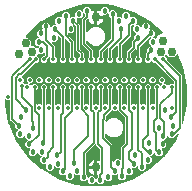
<source format=gbr>
G04 EAGLE Gerber RS-274X export*
G75*
%MOMM*%
%FSLAX34Y34*%
%LPD*%
%INCopper Layer 2*%
%IPPOS*%
%AMOC8*
5,1,8,0,0,1.08239X$1,22.5*%
G01*
%ADD10C,0.750000*%
%ADD11C,0.457200*%
%ADD12C,0.352400*%
%ADD13C,0.127000*%

G36*
X41756Y-8011D02*
X41756Y-8011D01*
X41845Y-8008D01*
X41866Y-7999D01*
X41890Y-7997D01*
X41970Y-7957D01*
X42052Y-7924D01*
X42070Y-7908D01*
X42091Y-7897D01*
X42152Y-7833D01*
X42218Y-7772D01*
X42229Y-7751D01*
X42245Y-7734D01*
X42280Y-7652D01*
X42321Y-7573D01*
X42324Y-7547D01*
X42333Y-7527D01*
X42335Y-7480D01*
X42341Y-7460D01*
X42341Y-7438D01*
X42348Y-7387D01*
X42348Y4459D01*
X42341Y4501D01*
X42343Y4543D01*
X42321Y4611D01*
X42309Y4680D01*
X42287Y4717D01*
X42274Y4757D01*
X42220Y4830D01*
X42194Y4873D01*
X42178Y4887D01*
X42162Y4908D01*
X41221Y5849D01*
X41221Y8151D01*
X42849Y9779D01*
X45151Y9779D01*
X46779Y8151D01*
X46779Y5849D01*
X45838Y4908D01*
X45813Y4873D01*
X45782Y4844D01*
X45750Y4781D01*
X45709Y4724D01*
X45699Y4682D01*
X45679Y4645D01*
X45666Y4555D01*
X45653Y4506D01*
X45656Y4486D01*
X45652Y4459D01*
X45652Y-7387D01*
X45664Y-7456D01*
X45665Y-7497D01*
X45671Y-7512D01*
X45677Y-7564D01*
X45687Y-7585D01*
X45691Y-7608D01*
X45737Y-7685D01*
X45776Y-7765D01*
X45793Y-7781D01*
X45806Y-7801D01*
X45875Y-7857D01*
X45939Y-7919D01*
X45961Y-7928D01*
X45980Y-7943D01*
X46064Y-7971D01*
X46146Y-8006D01*
X46170Y-8007D01*
X46192Y-8015D01*
X46281Y-8012D01*
X46370Y-8016D01*
X46393Y-8009D01*
X46417Y-8008D01*
X46499Y-7975D01*
X46584Y-7947D01*
X46605Y-7932D01*
X46624Y-7924D01*
X46662Y-7890D01*
X46713Y-7852D01*
X46721Y-7847D01*
X46723Y-7844D01*
X46734Y-7836D01*
X46849Y-7721D01*
X49127Y-7721D01*
X49192Y-7710D01*
X49258Y-7708D01*
X49301Y-7690D01*
X49348Y-7682D01*
X49405Y-7648D01*
X49465Y-7623D01*
X49500Y-7592D01*
X49541Y-7567D01*
X49583Y-7516D01*
X49631Y-7472D01*
X49653Y-7430D01*
X49682Y-7393D01*
X49703Y-7331D01*
X49734Y-7272D01*
X49742Y-7218D01*
X49754Y-7181D01*
X49753Y-7141D01*
X49761Y-7087D01*
X49761Y5046D01*
X49754Y5088D01*
X49756Y5130D01*
X49734Y5198D01*
X49722Y5267D01*
X49700Y5304D01*
X49687Y5344D01*
X49633Y5417D01*
X49607Y5460D01*
X49591Y5474D01*
X49575Y5495D01*
X49221Y5849D01*
X49221Y8151D01*
X50849Y9779D01*
X53151Y9779D01*
X54551Y8378D01*
X54605Y8341D01*
X54653Y8295D01*
X54697Y8277D01*
X54736Y8250D01*
X54799Y8234D01*
X54860Y8208D01*
X54907Y8206D01*
X54953Y8194D01*
X55018Y8201D01*
X55084Y8198D01*
X55129Y8213D01*
X55176Y8217D01*
X55235Y8247D01*
X55298Y8267D01*
X55342Y8299D01*
X55377Y8317D01*
X55404Y8345D01*
X55448Y8378D01*
X56209Y9139D01*
X56260Y9212D01*
X56316Y9281D01*
X56323Y9303D01*
X56337Y9323D01*
X56359Y9409D01*
X56388Y9493D01*
X56387Y9517D01*
X56393Y9540D01*
X56384Y9629D01*
X56381Y9718D01*
X56372Y9740D01*
X56370Y9763D01*
X56330Y9843D01*
X56297Y9925D01*
X56281Y9943D01*
X56270Y9964D01*
X56205Y10025D01*
X56145Y10091D01*
X56124Y10102D01*
X56107Y10118D01*
X56025Y10153D01*
X55946Y10194D01*
X55920Y10197D01*
X55900Y10206D01*
X55850Y10208D01*
X55760Y10221D01*
X54849Y10221D01*
X53221Y11849D01*
X53221Y14151D01*
X54849Y15779D01*
X57151Y15779D01*
X58779Y14151D01*
X58779Y11849D01*
X57791Y10861D01*
X57740Y10788D01*
X57684Y10719D01*
X57677Y10697D01*
X57663Y10677D01*
X57641Y10591D01*
X57612Y10507D01*
X57613Y10483D01*
X57607Y10460D01*
X57616Y10371D01*
X57619Y10282D01*
X57628Y10260D01*
X57630Y10237D01*
X57670Y10157D01*
X57703Y10075D01*
X57719Y10057D01*
X57730Y10036D01*
X57795Y9975D01*
X57855Y9909D01*
X57876Y9898D01*
X57893Y9882D01*
X57975Y9847D01*
X58054Y9806D01*
X58080Y9803D01*
X58100Y9794D01*
X58150Y9792D01*
X58240Y9779D01*
X59151Y9779D01*
X60551Y8378D01*
X60606Y8341D01*
X60653Y8295D01*
X60697Y8277D01*
X60736Y8250D01*
X60799Y8234D01*
X60860Y8208D01*
X60907Y8206D01*
X60953Y8194D01*
X61018Y8201D01*
X61084Y8198D01*
X61129Y8213D01*
X61176Y8217D01*
X61235Y8247D01*
X61298Y8267D01*
X61342Y8299D01*
X61377Y8317D01*
X61404Y8346D01*
X61448Y8378D01*
X62849Y9779D01*
X65151Y9779D01*
X65266Y9664D01*
X65339Y9613D01*
X65408Y9557D01*
X65430Y9550D01*
X65450Y9536D01*
X65536Y9514D01*
X65620Y9485D01*
X65644Y9486D01*
X65667Y9480D01*
X65756Y9489D01*
X65845Y9492D01*
X65866Y9501D01*
X65890Y9503D01*
X65970Y9543D01*
X66052Y9576D01*
X66070Y9592D01*
X66091Y9603D01*
X66152Y9667D01*
X66218Y9728D01*
X66229Y9749D01*
X66245Y9766D01*
X66280Y9848D01*
X66321Y9927D01*
X66324Y9953D01*
X66333Y9973D01*
X66335Y10023D01*
X66348Y10113D01*
X66348Y11553D01*
X66341Y11595D01*
X66343Y11637D01*
X66321Y11704D01*
X66309Y11774D01*
X66287Y11810D01*
X66274Y11851D01*
X66220Y11924D01*
X66194Y11967D01*
X66178Y11980D01*
X66162Y12002D01*
X50629Y27535D01*
X50594Y27560D01*
X50565Y27591D01*
X50502Y27623D01*
X50444Y27664D01*
X50403Y27674D01*
X50365Y27694D01*
X50276Y27707D01*
X50227Y27720D01*
X50206Y27717D01*
X50180Y27721D01*
X48849Y27721D01*
X47449Y29122D01*
X47394Y29159D01*
X47347Y29205D01*
X47303Y29223D01*
X47264Y29250D01*
X47201Y29266D01*
X47140Y29292D01*
X47093Y29294D01*
X47047Y29306D01*
X46982Y29299D01*
X46916Y29302D01*
X46871Y29287D01*
X46824Y29283D01*
X46765Y29253D01*
X46702Y29233D01*
X46658Y29201D01*
X46623Y29183D01*
X46596Y29154D01*
X46552Y29122D01*
X45151Y27721D01*
X42849Y27721D01*
X41221Y29349D01*
X41221Y31651D01*
X42162Y32592D01*
X42187Y32627D01*
X42218Y32656D01*
X42250Y32719D01*
X42291Y32776D01*
X42301Y32818D01*
X42321Y32855D01*
X42334Y32945D01*
X42347Y32994D01*
X42344Y33014D01*
X42348Y33041D01*
X42348Y35933D01*
X43242Y36827D01*
X43266Y36862D01*
X43298Y36891D01*
X43330Y36954D01*
X43370Y37012D01*
X43381Y37053D01*
X43400Y37090D01*
X43414Y37180D01*
X43426Y37229D01*
X43424Y37250D01*
X43428Y37276D01*
X43428Y39348D01*
X45363Y41283D01*
X46060Y41283D01*
X46147Y41298D01*
X46236Y41308D01*
X46257Y41318D01*
X46280Y41322D01*
X46357Y41368D01*
X46437Y41407D01*
X46453Y41424D01*
X46474Y41436D01*
X46530Y41506D01*
X46591Y41570D01*
X46600Y41592D01*
X46615Y41611D01*
X46644Y41695D01*
X46678Y41777D01*
X46679Y41801D01*
X46687Y41823D01*
X46684Y41912D01*
X46688Y42001D01*
X46681Y42024D01*
X46680Y42047D01*
X46647Y42130D01*
X46620Y42215D01*
X46604Y42236D01*
X46596Y42255D01*
X46562Y42293D01*
X46508Y42365D01*
X45039Y43834D01*
X45039Y46570D01*
X46489Y48020D01*
X46540Y48093D01*
X46596Y48162D01*
X46603Y48185D01*
X46617Y48204D01*
X46639Y48290D01*
X46667Y48375D01*
X46667Y48398D01*
X46673Y48421D01*
X46663Y48510D01*
X46661Y48599D01*
X46652Y48621D01*
X46649Y48645D01*
X46610Y48725D01*
X46577Y48807D01*
X46561Y48824D01*
X46550Y48846D01*
X46485Y48907D01*
X46425Y48973D01*
X46404Y48983D01*
X46387Y49000D01*
X46305Y49034D01*
X46226Y49075D01*
X46199Y49079D01*
X46180Y49087D01*
X46130Y49089D01*
X46040Y49103D01*
X45836Y49103D01*
X45794Y49095D01*
X45752Y49097D01*
X45684Y49076D01*
X45615Y49063D01*
X45578Y49041D01*
X45538Y49028D01*
X45465Y48975D01*
X45422Y48949D01*
X45408Y48933D01*
X45407Y48932D01*
X45401Y48928D01*
X45398Y48925D01*
X45387Y48917D01*
X37838Y41367D01*
X37813Y41332D01*
X37782Y41304D01*
X37750Y41241D01*
X37709Y41183D01*
X37699Y41142D01*
X37679Y41104D01*
X37666Y41014D01*
X37653Y40966D01*
X37656Y40945D01*
X37652Y40919D01*
X37652Y33041D01*
X37659Y32999D01*
X37657Y32957D01*
X37679Y32889D01*
X37691Y32820D01*
X37713Y32783D01*
X37726Y32743D01*
X37780Y32670D01*
X37806Y32627D01*
X37822Y32613D01*
X37838Y32592D01*
X38779Y31651D01*
X38779Y29349D01*
X37151Y27721D01*
X34849Y27721D01*
X33221Y29349D01*
X33221Y31651D01*
X34162Y32592D01*
X34187Y32627D01*
X34218Y32656D01*
X34250Y32719D01*
X34291Y32776D01*
X34301Y32818D01*
X34321Y32855D01*
X34334Y32945D01*
X34347Y32994D01*
X34344Y33014D01*
X34348Y33041D01*
X34348Y38701D01*
X34333Y38789D01*
X34323Y38877D01*
X34313Y38899D01*
X34309Y38922D01*
X34263Y38999D01*
X34224Y39078D01*
X34207Y39095D01*
X34194Y39115D01*
X34125Y39171D01*
X34061Y39232D01*
X34039Y39242D01*
X34020Y39257D01*
X33936Y39285D01*
X33854Y39320D01*
X33830Y39321D01*
X33808Y39328D01*
X33719Y39326D01*
X33630Y39330D01*
X33607Y39323D01*
X33583Y39322D01*
X33501Y39288D01*
X33416Y39261D01*
X33395Y39245D01*
X33376Y39238D01*
X33338Y39204D01*
X33266Y39150D01*
X32378Y38262D01*
X29838Y35722D01*
X29813Y35687D01*
X29782Y35658D01*
X29750Y35595D01*
X29709Y35537D01*
X29699Y35496D01*
X29679Y35458D01*
X29666Y35369D01*
X29653Y35320D01*
X29656Y35299D01*
X29652Y35273D01*
X29652Y33041D01*
X29659Y32999D01*
X29657Y32957D01*
X29679Y32889D01*
X29691Y32820D01*
X29713Y32783D01*
X29726Y32743D01*
X29780Y32670D01*
X29806Y32627D01*
X29822Y32613D01*
X29838Y32592D01*
X30779Y31651D01*
X30779Y29349D01*
X29151Y27721D01*
X26849Y27721D01*
X25221Y29349D01*
X25221Y31651D01*
X26162Y32592D01*
X26187Y32627D01*
X26218Y32656D01*
X26250Y32719D01*
X26291Y32776D01*
X26301Y32818D01*
X26321Y32855D01*
X26334Y32945D01*
X26347Y32994D01*
X26344Y33014D01*
X26348Y33041D01*
X26348Y36904D01*
X30042Y40598D01*
X30067Y40633D01*
X30098Y40662D01*
X30130Y40725D01*
X30171Y40783D01*
X30181Y40824D01*
X30201Y40862D01*
X30214Y40951D01*
X30227Y41000D01*
X30224Y41021D01*
X30228Y41047D01*
X30228Y46036D01*
X31820Y47628D01*
X31844Y47663D01*
X31876Y47692D01*
X31908Y47754D01*
X31948Y47812D01*
X31959Y47853D01*
X31978Y47891D01*
X31991Y47981D01*
X32004Y48030D01*
X32002Y48050D01*
X32006Y48077D01*
X32006Y50149D01*
X33729Y51872D01*
X33767Y51926D01*
X33812Y51974D01*
X33830Y52018D01*
X33857Y52057D01*
X33874Y52120D01*
X33900Y52181D01*
X33902Y52228D01*
X33913Y52274D01*
X33907Y52339D01*
X33910Y52405D01*
X33895Y52450D01*
X33890Y52497D01*
X33861Y52556D01*
X33841Y52619D01*
X33808Y52663D01*
X33791Y52698D01*
X33762Y52725D01*
X33729Y52769D01*
X31693Y54806D01*
X31693Y57542D01*
X32430Y58280D01*
X32481Y58353D01*
X32537Y58422D01*
X32545Y58444D01*
X32558Y58464D01*
X32581Y58550D01*
X32609Y58634D01*
X32608Y58658D01*
X32614Y58681D01*
X32605Y58770D01*
X32603Y58859D01*
X32594Y58881D01*
X32591Y58904D01*
X32552Y58984D01*
X32518Y59067D01*
X32502Y59084D01*
X32492Y59105D01*
X32427Y59167D01*
X32367Y59232D01*
X32346Y59243D01*
X32328Y59259D01*
X32246Y59294D01*
X32167Y59335D01*
X32141Y59339D01*
X32122Y59347D01*
X32071Y59349D01*
X31982Y59362D01*
X30686Y59362D01*
X30645Y59355D01*
X30602Y59357D01*
X30535Y59335D01*
X30466Y59323D01*
X30429Y59301D01*
X30389Y59288D01*
X30316Y59234D01*
X30272Y59209D01*
X30259Y59192D01*
X30238Y59177D01*
X29838Y58776D01*
X29813Y58741D01*
X29782Y58713D01*
X29750Y58650D01*
X29709Y58592D01*
X29699Y58551D01*
X29679Y58513D01*
X29666Y58423D01*
X29653Y58375D01*
X29656Y58354D01*
X29652Y58328D01*
X29652Y50411D01*
X21838Y42597D01*
X21813Y42562D01*
X21782Y42533D01*
X21750Y42470D01*
X21709Y42412D01*
X21699Y42371D01*
X21679Y42333D01*
X21666Y42244D01*
X21653Y42195D01*
X21656Y42174D01*
X21652Y42148D01*
X21652Y33041D01*
X21659Y32999D01*
X21657Y32957D01*
X21679Y32889D01*
X21691Y32820D01*
X21713Y32783D01*
X21726Y32743D01*
X21780Y32670D01*
X21806Y32627D01*
X21822Y32613D01*
X21838Y32592D01*
X22779Y31651D01*
X22779Y29349D01*
X21151Y27721D01*
X18849Y27721D01*
X17221Y29349D01*
X17221Y31651D01*
X18162Y32592D01*
X18187Y32627D01*
X18218Y32656D01*
X18250Y32719D01*
X18291Y32776D01*
X18301Y32818D01*
X18321Y32855D01*
X18334Y32945D01*
X18347Y32994D01*
X18344Y33014D01*
X18348Y33041D01*
X18348Y41638D01*
X18332Y41726D01*
X18323Y41814D01*
X18313Y41836D01*
X18309Y41859D01*
X18263Y41936D01*
X18224Y42015D01*
X18207Y42032D01*
X18194Y42052D01*
X18125Y42108D01*
X18061Y42169D01*
X18039Y42179D01*
X18020Y42194D01*
X17936Y42222D01*
X17854Y42257D01*
X17830Y42258D01*
X17808Y42265D01*
X17719Y42263D01*
X17630Y42267D01*
X17607Y42260D01*
X17583Y42259D01*
X17501Y42225D01*
X17416Y42198D01*
X17395Y42182D01*
X17376Y42175D01*
X17338Y42141D01*
X17266Y42087D01*
X13837Y38659D01*
X13813Y38624D01*
X13782Y38595D01*
X13750Y38532D01*
X13709Y38474D01*
X13699Y38433D01*
X13679Y38395D01*
X13666Y38306D01*
X13653Y38257D01*
X13656Y38236D01*
X13652Y38210D01*
X13652Y33041D01*
X13659Y32999D01*
X13657Y32956D01*
X13679Y32889D01*
X13691Y32820D01*
X13713Y32783D01*
X13726Y32743D01*
X13780Y32670D01*
X13806Y32627D01*
X13822Y32613D01*
X13838Y32592D01*
X14779Y31651D01*
X14779Y29349D01*
X13151Y27721D01*
X10849Y27721D01*
X9221Y29349D01*
X9221Y31651D01*
X10162Y32592D01*
X10187Y32627D01*
X10218Y32656D01*
X10250Y32719D01*
X10291Y32776D01*
X10301Y32817D01*
X10321Y32855D01*
X10334Y32945D01*
X10347Y32994D01*
X10344Y33014D01*
X10348Y33041D01*
X10348Y39444D01*
X10332Y39531D01*
X10323Y39620D01*
X10313Y39641D01*
X10309Y39664D01*
X10263Y39741D01*
X10224Y39821D01*
X10207Y39837D01*
X10194Y39858D01*
X10125Y39914D01*
X10061Y39975D01*
X10039Y39984D01*
X10020Y39999D01*
X9936Y40027D01*
X9854Y40062D01*
X9830Y40063D01*
X9808Y40071D01*
X9719Y40068D01*
X9630Y40072D01*
X9607Y40065D01*
X9583Y40064D01*
X9501Y40031D01*
X9416Y40004D01*
X9395Y39988D01*
X9376Y39980D01*
X9338Y39946D01*
X9266Y39892D01*
X5837Y36464D01*
X5813Y36429D01*
X5782Y36400D01*
X5750Y36338D01*
X5709Y36280D01*
X5699Y36239D01*
X5679Y36201D01*
X5666Y36111D01*
X5653Y36063D01*
X5656Y36042D01*
X5652Y36016D01*
X5652Y33041D01*
X5659Y32999D01*
X5657Y32956D01*
X5679Y32889D01*
X5691Y32820D01*
X5713Y32783D01*
X5726Y32743D01*
X5780Y32670D01*
X5806Y32627D01*
X5822Y32613D01*
X5838Y32592D01*
X6779Y31651D01*
X6779Y29349D01*
X5151Y27721D01*
X2849Y27721D01*
X1221Y29349D01*
X1221Y31651D01*
X2162Y32592D01*
X2187Y32627D01*
X2218Y32656D01*
X2250Y32719D01*
X2291Y32776D01*
X2301Y32817D01*
X2321Y32855D01*
X2334Y32945D01*
X2347Y32994D01*
X2344Y33014D01*
X2348Y33041D01*
X2348Y37647D01*
X12264Y47563D01*
X12289Y47598D01*
X12320Y47626D01*
X12352Y47689D01*
X12393Y47747D01*
X12403Y47788D01*
X12423Y47826D01*
X12436Y47916D01*
X12448Y47964D01*
X12446Y47985D01*
X12450Y48011D01*
X12450Y65373D01*
X12443Y65414D01*
X12445Y65457D01*
X12423Y65524D01*
X12411Y65593D01*
X12389Y65630D01*
X12376Y65670D01*
X12322Y65743D01*
X12296Y65787D01*
X12280Y65800D01*
X12264Y65821D01*
X10799Y67286D01*
X10799Y68851D01*
X10783Y68939D01*
X10774Y69027D01*
X10764Y69049D01*
X10760Y69072D01*
X10714Y69149D01*
X10675Y69228D01*
X10658Y69245D01*
X10645Y69265D01*
X10576Y69321D01*
X10512Y69382D01*
X10490Y69392D01*
X10471Y69406D01*
X10387Y69435D01*
X10305Y69470D01*
X10281Y69471D01*
X10259Y69478D01*
X10170Y69476D01*
X10081Y69480D01*
X10058Y69472D01*
X10034Y69472D01*
X9952Y69438D01*
X9867Y69411D01*
X9846Y69395D01*
X9827Y69387D01*
X9789Y69353D01*
X9716Y69300D01*
X8746Y68329D01*
X6724Y68329D01*
X6708Y68326D01*
X6693Y68328D01*
X6598Y68306D01*
X6503Y68289D01*
X6490Y68281D01*
X6474Y68278D01*
X6393Y68224D01*
X6310Y68175D01*
X6300Y68163D01*
X6287Y68154D01*
X6229Y68076D01*
X6168Y68001D01*
X6163Y67986D01*
X6154Y67974D01*
X6127Y67880D01*
X6096Y67788D01*
X6097Y67773D01*
X6093Y67758D01*
X6102Y67571D01*
X6165Y67249D01*
X1249Y67249D01*
X1249Y72165D01*
X1835Y72049D01*
X2980Y71575D01*
X3088Y71502D01*
X3113Y71491D01*
X3134Y71474D01*
X3215Y71447D01*
X3294Y71413D01*
X3321Y71411D01*
X3347Y71402D01*
X3432Y71405D01*
X3518Y71400D01*
X3544Y71408D01*
X3571Y71409D01*
X3650Y71441D01*
X3732Y71466D01*
X3754Y71483D01*
X3779Y71493D01*
X3842Y71551D01*
X3910Y71603D01*
X3925Y71626D01*
X3945Y71645D01*
X3984Y71721D01*
X4029Y71793D01*
X4035Y71820D01*
X4047Y71844D01*
X4066Y71974D01*
X4075Y72013D01*
X4073Y72020D01*
X4075Y72030D01*
X4075Y72999D01*
X6010Y74934D01*
X8746Y74934D01*
X10680Y72999D01*
X10680Y71435D01*
X10696Y71347D01*
X10705Y71259D01*
X10716Y71237D01*
X10720Y71214D01*
X10765Y71137D01*
X10805Y71057D01*
X10822Y71041D01*
X10834Y71021D01*
X10903Y70965D01*
X10968Y70904D01*
X10990Y70894D01*
X11008Y70879D01*
X11093Y70851D01*
X11175Y70816D01*
X11198Y70815D01*
X11221Y70807D01*
X11310Y70810D01*
X11399Y70806D01*
X11421Y70813D01*
X11445Y70814D01*
X11528Y70847D01*
X11612Y70875D01*
X11634Y70890D01*
X11653Y70898D01*
X11690Y70932D01*
X11763Y70986D01*
X12734Y71957D01*
X15470Y71957D01*
X17405Y70022D01*
X17405Y67254D01*
X17416Y67190D01*
X17418Y67124D01*
X17436Y67080D01*
X17444Y67034D01*
X17478Y66977D01*
X17503Y66916D01*
X17534Y66881D01*
X17558Y66840D01*
X17610Y66799D01*
X17654Y66750D01*
X17696Y66729D01*
X17733Y66699D01*
X17795Y66678D01*
X17854Y66648D01*
X17908Y66640D01*
X17945Y66627D01*
X17985Y66628D01*
X18039Y66620D01*
X20632Y66620D01*
X21280Y65972D01*
X21353Y65921D01*
X21423Y65865D01*
X21445Y65857D01*
X21465Y65844D01*
X21551Y65822D01*
X21635Y65793D01*
X21659Y65794D01*
X21682Y65788D01*
X21770Y65797D01*
X21859Y65800D01*
X21881Y65809D01*
X21905Y65811D01*
X21985Y65851D01*
X22067Y65884D01*
X22085Y65900D01*
X22106Y65911D01*
X22167Y65975D01*
X22233Y66035D01*
X22244Y66056D01*
X22260Y66074D01*
X22295Y66156D01*
X22335Y66235D01*
X22339Y66261D01*
X22347Y66280D01*
X22350Y66331D01*
X22363Y66420D01*
X22363Y68649D01*
X24298Y70584D01*
X27034Y70584D01*
X28969Y68649D01*
X28969Y66445D01*
X28984Y66357D01*
X28993Y66269D01*
X29004Y66248D01*
X29008Y66224D01*
X29054Y66148D01*
X29093Y66068D01*
X29110Y66052D01*
X29122Y66031D01*
X29191Y65975D01*
X29256Y65914D01*
X29278Y65905D01*
X29297Y65890D01*
X29381Y65861D01*
X29463Y65826D01*
X29487Y65825D01*
X29509Y65818D01*
X29598Y65820D01*
X29687Y65816D01*
X29710Y65824D01*
X29733Y65824D01*
X29816Y65858D01*
X29901Y65885D01*
X29922Y65901D01*
X29941Y65909D01*
X29978Y65943D01*
X30012Y65968D01*
X32759Y65968D01*
X34693Y64033D01*
X34693Y61297D01*
X33956Y60559D01*
X33905Y60486D01*
X33849Y60417D01*
X33841Y60395D01*
X33828Y60375D01*
X33805Y60289D01*
X33777Y60205D01*
X33777Y60181D01*
X33772Y60158D01*
X33781Y60069D01*
X33783Y59980D01*
X33792Y59958D01*
X33795Y59935D01*
X33834Y59855D01*
X33868Y59773D01*
X33884Y59755D01*
X33894Y59734D01*
X33959Y59673D01*
X34019Y59607D01*
X34040Y59596D01*
X34057Y59580D01*
X34140Y59545D01*
X34219Y59504D01*
X34245Y59501D01*
X34264Y59492D01*
X34315Y59490D01*
X34404Y59477D01*
X36363Y59477D01*
X37819Y58021D01*
X37893Y57970D01*
X37962Y57914D01*
X37984Y57906D01*
X38004Y57893D01*
X38090Y57870D01*
X38174Y57842D01*
X38198Y57843D01*
X38221Y57837D01*
X38309Y57846D01*
X38398Y57849D01*
X38420Y57857D01*
X38444Y57860D01*
X38524Y57899D01*
X38606Y57933D01*
X38624Y57949D01*
X38645Y57959D01*
X38706Y58024D01*
X38772Y58084D01*
X38783Y58105D01*
X38799Y58123D01*
X38834Y58205D01*
X38874Y58284D01*
X38878Y58310D01*
X38887Y58329D01*
X38889Y58380D01*
X38902Y58469D01*
X38902Y59714D01*
X40837Y61649D01*
X43573Y61649D01*
X45508Y59714D01*
X45508Y56978D01*
X45321Y56791D01*
X45270Y56718D01*
X45214Y56649D01*
X45206Y56626D01*
X45193Y56607D01*
X45170Y56520D01*
X45142Y56436D01*
X45143Y56412D01*
X45137Y56389D01*
X45146Y56301D01*
X45149Y56212D01*
X45157Y56190D01*
X45160Y56166D01*
X45200Y56086D01*
X45233Y56004D01*
X45249Y55986D01*
X45259Y55965D01*
X45324Y55904D01*
X45384Y55838D01*
X45405Y55828D01*
X45423Y55811D01*
X45505Y55777D01*
X45584Y55736D01*
X45610Y55732D01*
X45629Y55724D01*
X45680Y55722D01*
X45769Y55708D01*
X47908Y55708D01*
X49843Y53774D01*
X49843Y51037D01*
X48393Y49588D01*
X48342Y49515D01*
X48286Y49446D01*
X48279Y49423D01*
X48265Y49404D01*
X48243Y49317D01*
X48214Y49233D01*
X48215Y49209D01*
X48209Y49186D01*
X48218Y49098D01*
X48221Y49009D01*
X48230Y48987D01*
X48232Y48963D01*
X48272Y48883D01*
X48305Y48801D01*
X48321Y48783D01*
X48332Y48762D01*
X48397Y48701D01*
X48457Y48635D01*
X48478Y48624D01*
X48495Y48608D01*
X48577Y48574D01*
X48656Y48533D01*
X48682Y48529D01*
X48702Y48521D01*
X48752Y48519D01*
X48842Y48505D01*
X49710Y48505D01*
X50113Y48102D01*
X50176Y48058D01*
X50234Y48007D01*
X50268Y47995D01*
X50297Y47974D01*
X50372Y47955D01*
X50444Y47928D01*
X50480Y47927D01*
X50514Y47918D01*
X50591Y47926D01*
X50669Y47926D01*
X50702Y47938D01*
X50737Y47942D01*
X50807Y47976D01*
X50879Y48002D01*
X50907Y48025D01*
X50938Y48041D01*
X50991Y48097D01*
X51051Y48148D01*
X51071Y48182D01*
X51092Y48204D01*
X51110Y48247D01*
X51147Y48308D01*
X51425Y48980D01*
X52114Y50010D01*
X52990Y50886D01*
X54020Y51575D01*
X55165Y52049D01*
X56047Y52224D01*
X56086Y52240D01*
X56127Y52246D01*
X56189Y52280D01*
X56255Y52306D01*
X56287Y52334D01*
X56324Y52355D01*
X56370Y52409D01*
X56423Y52456D01*
X56442Y52493D01*
X56470Y52525D01*
X56494Y52592D01*
X56527Y52654D01*
X56533Y52696D01*
X56547Y52735D01*
X56547Y52806D01*
X56556Y52877D01*
X56547Y52918D01*
X56547Y52960D01*
X56522Y53026D01*
X56506Y53096D01*
X56483Y53131D01*
X56468Y53170D01*
X56411Y53241D01*
X56383Y53283D01*
X56366Y53295D01*
X56350Y53315D01*
X46178Y62582D01*
X46136Y62608D01*
X46072Y62660D01*
X32260Y70769D01*
X32213Y70786D01*
X32140Y70823D01*
X16951Y75905D01*
X16911Y75911D01*
X16855Y75929D01*
X9751Y77125D01*
X9708Y77125D01*
X9646Y77134D01*
X-9646Y77134D01*
X-9688Y77127D01*
X-9751Y77125D01*
X-16855Y75929D01*
X-16894Y75915D01*
X-16951Y75905D01*
X-32140Y70823D01*
X-32183Y70799D01*
X-32260Y70769D01*
X-46072Y62660D01*
X-46109Y62628D01*
X-46178Y62582D01*
X-58017Y51796D01*
X-58048Y51757D01*
X-58105Y51698D01*
X-59492Y49772D01*
X-59508Y49737D01*
X-59533Y49707D01*
X-59557Y49637D01*
X-59589Y49569D01*
X-59592Y49531D01*
X-59605Y49495D01*
X-59602Y49420D01*
X-59609Y49346D01*
X-59599Y49309D01*
X-59598Y49270D01*
X-59570Y49201D01*
X-59550Y49129D01*
X-59528Y49098D01*
X-59514Y49063D01*
X-59463Y49007D01*
X-59420Y48947D01*
X-59388Y48925D01*
X-59362Y48897D01*
X-59296Y48863D01*
X-59234Y48821D01*
X-59197Y48812D01*
X-59163Y48794D01*
X-59065Y48780D01*
X-59016Y48768D01*
X-58999Y48770D01*
X-58977Y48767D01*
X-57526Y48767D01*
X-54733Y45974D01*
X-54733Y42401D01*
X-54722Y42336D01*
X-54720Y42270D01*
X-54702Y42227D01*
X-54694Y42180D01*
X-54660Y42123D01*
X-54635Y42063D01*
X-54604Y42028D01*
X-54579Y41987D01*
X-54528Y41945D01*
X-54484Y41897D01*
X-54442Y41875D01*
X-54405Y41846D01*
X-54343Y41825D01*
X-54284Y41794D01*
X-54230Y41786D01*
X-54193Y41774D01*
X-54153Y41775D01*
X-54099Y41767D01*
X-52226Y41767D01*
X-50369Y39910D01*
X-50315Y39872D01*
X-50267Y39827D01*
X-50223Y39809D01*
X-50184Y39782D01*
X-50121Y39765D01*
X-50060Y39740D01*
X-50013Y39738D01*
X-49967Y39726D01*
X-49902Y39733D01*
X-49836Y39730D01*
X-49791Y39744D01*
X-49744Y39749D01*
X-49685Y39778D01*
X-49622Y39798D01*
X-49578Y39831D01*
X-49543Y39848D01*
X-49516Y39877D01*
X-49472Y39910D01*
X-48564Y40817D01*
X-48514Y40890D01*
X-48458Y40959D01*
X-48450Y40982D01*
X-48436Y41001D01*
X-48414Y41087D01*
X-48386Y41172D01*
X-48386Y41195D01*
X-48380Y41218D01*
X-48390Y41307D01*
X-48392Y41396D01*
X-48401Y41418D01*
X-48404Y41442D01*
X-48443Y41522D01*
X-48477Y41604D01*
X-48493Y41621D01*
X-48503Y41643D01*
X-48568Y41704D01*
X-48628Y41770D01*
X-48649Y41780D01*
X-48666Y41797D01*
X-48748Y41831D01*
X-48828Y41872D01*
X-48854Y41876D01*
X-48873Y41884D01*
X-48923Y41886D01*
X-49013Y41900D01*
X-49710Y41900D01*
X-51645Y43834D01*
X-51645Y46571D01*
X-49710Y48505D01*
X-48842Y48505D01*
X-48754Y48521D01*
X-48665Y48530D01*
X-48644Y48541D01*
X-48621Y48545D01*
X-48544Y48590D01*
X-48464Y48630D01*
X-48448Y48647D01*
X-48428Y48659D01*
X-48371Y48728D01*
X-48310Y48793D01*
X-48301Y48815D01*
X-48286Y48833D01*
X-48258Y48917D01*
X-48223Y48999D01*
X-48222Y49023D01*
X-48214Y49046D01*
X-48217Y49135D01*
X-48213Y49224D01*
X-48220Y49246D01*
X-48221Y49270D01*
X-48254Y49352D01*
X-48282Y49437D01*
X-48297Y49458D01*
X-48305Y49478D01*
X-48339Y49515D01*
X-48393Y49588D01*
X-49843Y51037D01*
X-49843Y53774D01*
X-47908Y55708D01*
X-45769Y55708D01*
X-45682Y55724D01*
X-45593Y55733D01*
X-45572Y55744D01*
X-45548Y55748D01*
X-45472Y55793D01*
X-45392Y55833D01*
X-45376Y55850D01*
X-45355Y55862D01*
X-45299Y55931D01*
X-45238Y55996D01*
X-45229Y56018D01*
X-45214Y56036D01*
X-45185Y56120D01*
X-45151Y56203D01*
X-45150Y56226D01*
X-45142Y56249D01*
X-45145Y56338D01*
X-45141Y56427D01*
X-45148Y56449D01*
X-45149Y56473D01*
X-45182Y56555D01*
X-45209Y56640D01*
X-45225Y56662D01*
X-45233Y56681D01*
X-45267Y56718D01*
X-45321Y56791D01*
X-45508Y56978D01*
X-45508Y59714D01*
X-43573Y61649D01*
X-40837Y61649D01*
X-38902Y59714D01*
X-38902Y58469D01*
X-38886Y58381D01*
X-38877Y58293D01*
X-38867Y58272D01*
X-38862Y58248D01*
X-38817Y58172D01*
X-38778Y58092D01*
X-38760Y58076D01*
X-38748Y58055D01*
X-38679Y57999D01*
X-38614Y57938D01*
X-38593Y57929D01*
X-38574Y57914D01*
X-38490Y57885D01*
X-38408Y57851D01*
X-38384Y57850D01*
X-38362Y57842D01*
X-38273Y57845D01*
X-38184Y57841D01*
X-38161Y57848D01*
X-38137Y57849D01*
X-38055Y57882D01*
X-37970Y57909D01*
X-37949Y57925D01*
X-37929Y57933D01*
X-37892Y57967D01*
X-37819Y58021D01*
X-36363Y59477D01*
X-34404Y59477D01*
X-34316Y59492D01*
X-34228Y59502D01*
X-34207Y59512D01*
X-34183Y59516D01*
X-34106Y59562D01*
X-34027Y59601D01*
X-34011Y59618D01*
X-33990Y59631D01*
X-33934Y59700D01*
X-33873Y59764D01*
X-33864Y59786D01*
X-33849Y59805D01*
X-33820Y59889D01*
X-33785Y59971D01*
X-33784Y59995D01*
X-33777Y60017D01*
X-33779Y60106D01*
X-33775Y60195D01*
X-33783Y60218D01*
X-33783Y60242D01*
X-33817Y60324D01*
X-33844Y60409D01*
X-33860Y60430D01*
X-33868Y60449D01*
X-33902Y60487D01*
X-33956Y60559D01*
X-34693Y61297D01*
X-34693Y64033D01*
X-32759Y65968D01*
X-30010Y65968D01*
X-29978Y65946D01*
X-29909Y65890D01*
X-29887Y65882D01*
X-29867Y65869D01*
X-29781Y65846D01*
X-29696Y65818D01*
X-29673Y65819D01*
X-29650Y65813D01*
X-29561Y65822D01*
X-29472Y65824D01*
X-29450Y65833D01*
X-29427Y65836D01*
X-29347Y65875D01*
X-29264Y65909D01*
X-29247Y65925D01*
X-29226Y65935D01*
X-29164Y66000D01*
X-29099Y66060D01*
X-29088Y66081D01*
X-29072Y66098D01*
X-29037Y66180D01*
X-28996Y66260D01*
X-28992Y66286D01*
X-28984Y66305D01*
X-28982Y66355D01*
X-28969Y66445D01*
X-28969Y68649D01*
X-27034Y70584D01*
X-24298Y70584D01*
X-22363Y68649D01*
X-22363Y66420D01*
X-22347Y66333D01*
X-22338Y66244D01*
X-22328Y66223D01*
X-22323Y66200D01*
X-22278Y66123D01*
X-22239Y66043D01*
X-22221Y66027D01*
X-22209Y66006D01*
X-22140Y65950D01*
X-22075Y65889D01*
X-22053Y65880D01*
X-22035Y65865D01*
X-21951Y65836D01*
X-21869Y65802D01*
X-21845Y65801D01*
X-21823Y65793D01*
X-21734Y65796D01*
X-21645Y65792D01*
X-21622Y65799D01*
X-21598Y65800D01*
X-21516Y65833D01*
X-21431Y65860D01*
X-21410Y65876D01*
X-21390Y65884D01*
X-21353Y65918D01*
X-21280Y65972D01*
X-20632Y66620D01*
X-18039Y66620D01*
X-17974Y66632D01*
X-17908Y66634D01*
X-17865Y66651D01*
X-17818Y66660D01*
X-17761Y66693D01*
X-17700Y66718D01*
X-17666Y66750D01*
X-17625Y66774D01*
X-17583Y66825D01*
X-17535Y66869D01*
X-17513Y66911D01*
X-17484Y66948D01*
X-17462Y67010D01*
X-17432Y67069D01*
X-17424Y67123D01*
X-17412Y67161D01*
X-17413Y67200D01*
X-17405Y67254D01*
X-17405Y70022D01*
X-15470Y71957D01*
X-12734Y71957D01*
X-11763Y70986D01*
X-11690Y70935D01*
X-11621Y70879D01*
X-11598Y70872D01*
X-11579Y70858D01*
X-11493Y70836D01*
X-11408Y70807D01*
X-11385Y70808D01*
X-11362Y70802D01*
X-11273Y70811D01*
X-11184Y70814D01*
X-11162Y70823D01*
X-11138Y70825D01*
X-11059Y70865D01*
X-10976Y70898D01*
X-10959Y70914D01*
X-10937Y70925D01*
X-10876Y70990D01*
X-10811Y71050D01*
X-10800Y71071D01*
X-10783Y71088D01*
X-10749Y71170D01*
X-10708Y71249D01*
X-10704Y71275D01*
X-10696Y71295D01*
X-10694Y71345D01*
X-10680Y71435D01*
X-10680Y72999D01*
X-8746Y74934D01*
X-6010Y74934D01*
X-4075Y72999D01*
X-4075Y72030D01*
X-4070Y72003D01*
X-4073Y71976D01*
X-4050Y71893D01*
X-4035Y71809D01*
X-4021Y71785D01*
X-4014Y71759D01*
X-3965Y71689D01*
X-3921Y71616D01*
X-3900Y71598D01*
X-3884Y71576D01*
X-3813Y71528D01*
X-3747Y71474D01*
X-3721Y71465D01*
X-3698Y71450D01*
X-3615Y71430D01*
X-3534Y71402D01*
X-3507Y71403D01*
X-3481Y71397D01*
X-3395Y71406D01*
X-3310Y71409D01*
X-3285Y71419D01*
X-3258Y71422D01*
X-3139Y71478D01*
X-3102Y71493D01*
X-3097Y71498D01*
X-3088Y71502D01*
X-2980Y71575D01*
X-1835Y72049D01*
X-1249Y72165D01*
X-1249Y66615D01*
X-1238Y66550D01*
X-1236Y66485D01*
X-1218Y66441D01*
X-1210Y66394D01*
X-1176Y66338D01*
X-1151Y66277D01*
X-1120Y66242D01*
X-1095Y66201D01*
X-1044Y66160D01*
X-1000Y66111D01*
X-958Y66090D01*
X-921Y66060D01*
X-859Y66039D01*
X-800Y66009D01*
X-755Y66002D01*
X-789Y65988D01*
X-836Y65979D01*
X-893Y65946D01*
X-953Y65921D01*
X-988Y65889D01*
X-1029Y65865D01*
X-1071Y65814D01*
X-1119Y65770D01*
X-1141Y65728D01*
X-1170Y65691D01*
X-1191Y65629D01*
X-1222Y65570D01*
X-1230Y65516D01*
X-1242Y65479D01*
X-1241Y65439D01*
X-1249Y65385D01*
X-1249Y59835D01*
X-1835Y59951D01*
X-2980Y60425D01*
X-4010Y61114D01*
X-4886Y61990D01*
X-5575Y63020D01*
X-6057Y64184D01*
X-6059Y64204D01*
X-6097Y64281D01*
X-6128Y64360D01*
X-6146Y64380D01*
X-6158Y64405D01*
X-6221Y64464D01*
X-6278Y64527D01*
X-6302Y64540D01*
X-6322Y64559D01*
X-6400Y64592D01*
X-6476Y64632D01*
X-6503Y64636D01*
X-6528Y64646D01*
X-6614Y64650D01*
X-6698Y64661D01*
X-6725Y64655D01*
X-6753Y64656D01*
X-6834Y64630D01*
X-6917Y64611D01*
X-6940Y64596D01*
X-6966Y64588D01*
X-7070Y64511D01*
X-7105Y64488D01*
X-7109Y64482D01*
X-7117Y64476D01*
X-8080Y63513D01*
X-8104Y63478D01*
X-8136Y63449D01*
X-8168Y63387D01*
X-8208Y63329D01*
X-8219Y63288D01*
X-8238Y63250D01*
X-8252Y63160D01*
X-8264Y63112D01*
X-8262Y63091D01*
X-8266Y63065D01*
X-8266Y54203D01*
X-8248Y54104D01*
X-8234Y54004D01*
X-8228Y53993D01*
X-8226Y53982D01*
X-8175Y53895D01*
X-8127Y53807D01*
X-8118Y53799D01*
X-8112Y53789D01*
X-8034Y53725D01*
X-7958Y53659D01*
X-7947Y53655D01*
X-7938Y53647D01*
X-7843Y53615D01*
X-7748Y53579D01*
X-7737Y53579D01*
X-7725Y53575D01*
X-7625Y53578D01*
X-7524Y53578D01*
X-7513Y53582D01*
X-7501Y53582D01*
X-7408Y53619D01*
X-7313Y53654D01*
X-7304Y53662D01*
X-7293Y53666D01*
X-7219Y53734D01*
X-7142Y53799D01*
X-7135Y53810D01*
X-7128Y53818D01*
X-7107Y53859D01*
X-7046Y53960D01*
X-6803Y54546D01*
X-4546Y56803D01*
X-1596Y58025D01*
X1596Y58025D01*
X4546Y56803D01*
X6803Y54546D01*
X8025Y51596D01*
X8025Y48404D01*
X6803Y45454D01*
X4546Y43197D01*
X1596Y41975D01*
X-1596Y41975D01*
X-4546Y43197D01*
X-6803Y45454D01*
X-7046Y46040D01*
X-7100Y46125D01*
X-7151Y46211D01*
X-7160Y46219D01*
X-7167Y46229D01*
X-7247Y46290D01*
X-7325Y46353D01*
X-7337Y46357D01*
X-7346Y46364D01*
X-7443Y46392D01*
X-7538Y46425D01*
X-7550Y46424D01*
X-7561Y46428D01*
X-7662Y46421D01*
X-7762Y46418D01*
X-7773Y46414D01*
X-7785Y46413D01*
X-7877Y46372D01*
X-7970Y46334D01*
X-7979Y46326D01*
X-7990Y46321D01*
X-8061Y46250D01*
X-8136Y46182D01*
X-8141Y46172D01*
X-8150Y46163D01*
X-8192Y46072D01*
X-8238Y45983D01*
X-8240Y45970D01*
X-8245Y45960D01*
X-8248Y45915D01*
X-8266Y45797D01*
X-8266Y44544D01*
X-8258Y44503D01*
X-8260Y44460D01*
X-8239Y44393D01*
X-8226Y44324D01*
X-8205Y44287D01*
X-8192Y44247D01*
X-8138Y44174D01*
X-8112Y44130D01*
X-8096Y44117D01*
X-8080Y44096D01*
X-2348Y38364D01*
X-2348Y33041D01*
X-2341Y32999D01*
X-2343Y32957D01*
X-2321Y32889D01*
X-2309Y32820D01*
X-2287Y32783D01*
X-2274Y32743D01*
X-2220Y32670D01*
X-2194Y32627D01*
X-2178Y32613D01*
X-2162Y32592D01*
X-1221Y31651D01*
X-1221Y29349D01*
X-2849Y27721D01*
X-5151Y27721D01*
X-6779Y29349D01*
X-6779Y31651D01*
X-5838Y32592D01*
X-5813Y32627D01*
X-5782Y32656D01*
X-5750Y32719D01*
X-5709Y32776D01*
X-5699Y32818D01*
X-5679Y32855D01*
X-5666Y32945D01*
X-5653Y32994D01*
X-5656Y33014D01*
X-5652Y33041D01*
X-5652Y36733D01*
X-5659Y36775D01*
X-5657Y36817D01*
X-5679Y36884D01*
X-5691Y36954D01*
X-5713Y36990D01*
X-5726Y37031D01*
X-5780Y37104D01*
X-5806Y37147D01*
X-5822Y37160D01*
X-5838Y37182D01*
X-11569Y42913D01*
X-11569Y64696D01*
X-9215Y67050D01*
X-9191Y67085D01*
X-9160Y67113D01*
X-9127Y67176D01*
X-9087Y67234D01*
X-9076Y67275D01*
X-9057Y67313D01*
X-9044Y67403D01*
X-9031Y67451D01*
X-9033Y67472D01*
X-9029Y67498D01*
X-9029Y68350D01*
X-9037Y68391D01*
X-9035Y68434D01*
X-9057Y68501D01*
X-9069Y68570D01*
X-9091Y68607D01*
X-9104Y68647D01*
X-9157Y68720D01*
X-9183Y68764D01*
X-9199Y68777D01*
X-9215Y68798D01*
X-9716Y69300D01*
X-9790Y69350D01*
X-9859Y69406D01*
X-9881Y69414D01*
X-9901Y69428D01*
X-9987Y69450D01*
X-10071Y69478D01*
X-10095Y69478D01*
X-10118Y69484D01*
X-10207Y69474D01*
X-10296Y69472D01*
X-10317Y69463D01*
X-10341Y69460D01*
X-10421Y69421D01*
X-10503Y69387D01*
X-10521Y69371D01*
X-10542Y69361D01*
X-10603Y69296D01*
X-10669Y69236D01*
X-10680Y69215D01*
X-10696Y69198D01*
X-10731Y69116D01*
X-10772Y69036D01*
X-10775Y69010D01*
X-10784Y68991D01*
X-10786Y68941D01*
X-10799Y68851D01*
X-10799Y67286D01*
X-12734Y65352D01*
X-15327Y65352D01*
X-15392Y65340D01*
X-15458Y65338D01*
X-15501Y65320D01*
X-15548Y65312D01*
X-15605Y65278D01*
X-15666Y65254D01*
X-15700Y65222D01*
X-15741Y65198D01*
X-15783Y65147D01*
X-15831Y65102D01*
X-15853Y65060D01*
X-15882Y65024D01*
X-15904Y64961D01*
X-15934Y64903D01*
X-15942Y64848D01*
X-15954Y64811D01*
X-15953Y64772D01*
X-15961Y64717D01*
X-15961Y62613D01*
X-15954Y62571D01*
X-15956Y62529D01*
X-15934Y62462D01*
X-15922Y62392D01*
X-15900Y62356D01*
X-15887Y62315D01*
X-15833Y62243D01*
X-15808Y62199D01*
X-15791Y62186D01*
X-15776Y62165D01*
X-13523Y59913D01*
X-13523Y39702D01*
X-13516Y39660D01*
X-13518Y39618D01*
X-13496Y39551D01*
X-13484Y39481D01*
X-13462Y39445D01*
X-13449Y39404D01*
X-13395Y39331D01*
X-13369Y39288D01*
X-13353Y39275D01*
X-13337Y39253D01*
X-10348Y36264D01*
X-10348Y33041D01*
X-10341Y32999D01*
X-10343Y32957D01*
X-10321Y32889D01*
X-10309Y32820D01*
X-10287Y32783D01*
X-10274Y32743D01*
X-10220Y32670D01*
X-10194Y32627D01*
X-10178Y32613D01*
X-10162Y32592D01*
X-9221Y31651D01*
X-9221Y29349D01*
X-10849Y27721D01*
X-13151Y27721D01*
X-14779Y29349D01*
X-14779Y31651D01*
X-13838Y32592D01*
X-13813Y32627D01*
X-13782Y32656D01*
X-13750Y32719D01*
X-13709Y32776D01*
X-13699Y32818D01*
X-13679Y32855D01*
X-13666Y32945D01*
X-13653Y32994D01*
X-13656Y33014D01*
X-13652Y33041D01*
X-13652Y34633D01*
X-13659Y34675D01*
X-13657Y34717D01*
X-13679Y34784D01*
X-13691Y34854D01*
X-13713Y34890D01*
X-13726Y34931D01*
X-13780Y35004D01*
X-13806Y35047D01*
X-13822Y35060D01*
X-13838Y35082D01*
X-16827Y38071D01*
X-16827Y58281D01*
X-16834Y58323D01*
X-16832Y58366D01*
X-16854Y58433D01*
X-16866Y58502D01*
X-16888Y58539D01*
X-16901Y58579D01*
X-16955Y58652D01*
X-16981Y58696D01*
X-16997Y58709D01*
X-17013Y58730D01*
X-18111Y59829D01*
X-18146Y59853D01*
X-18175Y59884D01*
X-18238Y59917D01*
X-18296Y59957D01*
X-18337Y59968D01*
X-18375Y59987D01*
X-18464Y60000D01*
X-18513Y60013D01*
X-18534Y60011D01*
X-18560Y60015D01*
X-19036Y60015D01*
X-19123Y59999D01*
X-19212Y59990D01*
X-19233Y59979D01*
X-19257Y59975D01*
X-19333Y59930D01*
X-19413Y59890D01*
X-19429Y59873D01*
X-19450Y59861D01*
X-19506Y59792D01*
X-19567Y59727D01*
X-19576Y59705D01*
X-19591Y59687D01*
X-19620Y59602D01*
X-19654Y59520D01*
X-19655Y59497D01*
X-19663Y59474D01*
X-19660Y59385D01*
X-19664Y59296D01*
X-19657Y59274D01*
X-19656Y59250D01*
X-19623Y59167D01*
X-19596Y59083D01*
X-19580Y59061D01*
X-19572Y59042D01*
X-19538Y59005D01*
X-19484Y58932D01*
X-18177Y57625D01*
X-18177Y54889D01*
X-20112Y52954D01*
X-22848Y52954D01*
X-22931Y53038D01*
X-23005Y53088D01*
X-23074Y53144D01*
X-23096Y53152D01*
X-23115Y53166D01*
X-23202Y53188D01*
X-23286Y53216D01*
X-23310Y53216D01*
X-23333Y53222D01*
X-23421Y53212D01*
X-23510Y53210D01*
X-23532Y53201D01*
X-23556Y53198D01*
X-23636Y53159D01*
X-23718Y53125D01*
X-23736Y53109D01*
X-23757Y53099D01*
X-23818Y53034D01*
X-23884Y52974D01*
X-23895Y52953D01*
X-23911Y52936D01*
X-23946Y52854D01*
X-23986Y52774D01*
X-23990Y52748D01*
X-23998Y52729D01*
X-24001Y52679D01*
X-24014Y52589D01*
X-24014Y51613D01*
X-24007Y51571D01*
X-24008Y51528D01*
X-24001Y51505D01*
X-24000Y51488D01*
X-23985Y51449D01*
X-23974Y51392D01*
X-23953Y51355D01*
X-23940Y51315D01*
X-23919Y51286D01*
X-23916Y51280D01*
X-23905Y51268D01*
X-23886Y51242D01*
X-23860Y51199D01*
X-23844Y51185D01*
X-23828Y51164D01*
X-18348Y45684D01*
X-18348Y33041D01*
X-18341Y32999D01*
X-18343Y32957D01*
X-18321Y32889D01*
X-18309Y32820D01*
X-18287Y32783D01*
X-18274Y32743D01*
X-18220Y32670D01*
X-18194Y32627D01*
X-18178Y32613D01*
X-18162Y32592D01*
X-17221Y31651D01*
X-17221Y29349D01*
X-18849Y27721D01*
X-21151Y27721D01*
X-22779Y29349D01*
X-22779Y31651D01*
X-21838Y32592D01*
X-21813Y32627D01*
X-21782Y32656D01*
X-21750Y32719D01*
X-21709Y32776D01*
X-21699Y32818D01*
X-21679Y32855D01*
X-21666Y32945D01*
X-21653Y32994D01*
X-21656Y33014D01*
X-21652Y33041D01*
X-21652Y44053D01*
X-21659Y44095D01*
X-21657Y44137D01*
X-21679Y44204D01*
X-21691Y44274D01*
X-21713Y44310D01*
X-21726Y44351D01*
X-21780Y44424D01*
X-21806Y44467D01*
X-21822Y44480D01*
X-21837Y44502D01*
X-25266Y47930D01*
X-25339Y47981D01*
X-25408Y48037D01*
X-25430Y48044D01*
X-25450Y48058D01*
X-25536Y48080D01*
X-25620Y48108D01*
X-25644Y48108D01*
X-25667Y48114D01*
X-25756Y48104D01*
X-25845Y48102D01*
X-25867Y48093D01*
X-25890Y48090D01*
X-25970Y48051D01*
X-26052Y48018D01*
X-26070Y48002D01*
X-26091Y47991D01*
X-26152Y47926D01*
X-26218Y47866D01*
X-26229Y47845D01*
X-26245Y47828D01*
X-26280Y47746D01*
X-26321Y47667D01*
X-26324Y47640D01*
X-26333Y47621D01*
X-26335Y47571D01*
X-26348Y47481D01*
X-26348Y33041D01*
X-26341Y32999D01*
X-26343Y32957D01*
X-26321Y32889D01*
X-26309Y32820D01*
X-26287Y32783D01*
X-26274Y32743D01*
X-26220Y32670D01*
X-26194Y32627D01*
X-26178Y32613D01*
X-26162Y32592D01*
X-25221Y31651D01*
X-25221Y29349D01*
X-26849Y27721D01*
X-29151Y27721D01*
X-30779Y29349D01*
X-30779Y31651D01*
X-29838Y32592D01*
X-29813Y32627D01*
X-29782Y32656D01*
X-29750Y32719D01*
X-29709Y32776D01*
X-29699Y32818D01*
X-29679Y32855D01*
X-29666Y32945D01*
X-29653Y32994D01*
X-29656Y33014D01*
X-29652Y33041D01*
X-29652Y48232D01*
X-29659Y48274D01*
X-29657Y48316D01*
X-29679Y48383D01*
X-29691Y48453D01*
X-29713Y48489D01*
X-29726Y48530D01*
X-29780Y48602D01*
X-29806Y48646D01*
X-29822Y48659D01*
X-29837Y48680D01*
X-30923Y49766D01*
X-30996Y49817D01*
X-31065Y49873D01*
X-31088Y49880D01*
X-31107Y49894D01*
X-31193Y49916D01*
X-31278Y49944D01*
X-31301Y49944D01*
X-31324Y49950D01*
X-31413Y49940D01*
X-31502Y49938D01*
X-31524Y49929D01*
X-31548Y49926D01*
X-31628Y49887D01*
X-31710Y49854D01*
X-31727Y49838D01*
X-31749Y49827D01*
X-31810Y49762D01*
X-31876Y49702D01*
X-31886Y49681D01*
X-31903Y49664D01*
X-31937Y49582D01*
X-31978Y49503D01*
X-31982Y49476D01*
X-31990Y49457D01*
X-31992Y49407D01*
X-32006Y49317D01*
X-32006Y47413D01*
X-33940Y45478D01*
X-36611Y45478D01*
X-36699Y45462D01*
X-36787Y45453D01*
X-36808Y45442D01*
X-36832Y45438D01*
X-36908Y45393D01*
X-36988Y45353D01*
X-37004Y45336D01*
X-37025Y45324D01*
X-37081Y45255D01*
X-37142Y45190D01*
X-37151Y45168D01*
X-37166Y45150D01*
X-37195Y45066D01*
X-37229Y44984D01*
X-37230Y44960D01*
X-37238Y44937D01*
X-37235Y44848D01*
X-37239Y44759D01*
X-37232Y44737D01*
X-37231Y44713D01*
X-37198Y44631D01*
X-37171Y44546D01*
X-37155Y44524D01*
X-37147Y44505D01*
X-37113Y44468D01*
X-37059Y44395D01*
X-34348Y41684D01*
X-34348Y33041D01*
X-34341Y32999D01*
X-34343Y32957D01*
X-34321Y32889D01*
X-34309Y32820D01*
X-34287Y32783D01*
X-34274Y32743D01*
X-34220Y32670D01*
X-34194Y32627D01*
X-34178Y32613D01*
X-34162Y32592D01*
X-33221Y31651D01*
X-33221Y29349D01*
X-34849Y27721D01*
X-37151Y27721D01*
X-38779Y29349D01*
X-38779Y31854D01*
X-38794Y31942D01*
X-38804Y32030D01*
X-38814Y32052D01*
X-38818Y32075D01*
X-38864Y32152D01*
X-38903Y32231D01*
X-38920Y32248D01*
X-38933Y32268D01*
X-39002Y32324D01*
X-39066Y32385D01*
X-39088Y32395D01*
X-39107Y32410D01*
X-39191Y32438D01*
X-39273Y32473D01*
X-39297Y32474D01*
X-39319Y32481D01*
X-39408Y32479D01*
X-39497Y32483D01*
X-39520Y32476D01*
X-39544Y32475D01*
X-39626Y32441D01*
X-39711Y32414D01*
X-39732Y32398D01*
X-39751Y32391D01*
X-39789Y32357D01*
X-39861Y32303D01*
X-41010Y31154D01*
X-41035Y31129D01*
X-41060Y31094D01*
X-41091Y31065D01*
X-41115Y31018D01*
X-41134Y30995D01*
X-41139Y30979D01*
X-41164Y30944D01*
X-41174Y30903D01*
X-41194Y30865D01*
X-41206Y30782D01*
X-41207Y30776D01*
X-41220Y30727D01*
X-41217Y30706D01*
X-41221Y30680D01*
X-41221Y29349D01*
X-42849Y27721D01*
X-45151Y27721D01*
X-46779Y29349D01*
X-46779Y31651D01*
X-45151Y33279D01*
X-43820Y33279D01*
X-43778Y33286D01*
X-43736Y33284D01*
X-43669Y33306D01*
X-43599Y33318D01*
X-43563Y33340D01*
X-43522Y33353D01*
X-43449Y33407D01*
X-43406Y33433D01*
X-43393Y33449D01*
X-43371Y33465D01*
X-43346Y33490D01*
X-43321Y33525D01*
X-43290Y33554D01*
X-43258Y33617D01*
X-43217Y33675D01*
X-43207Y33716D01*
X-43187Y33754D01*
X-43174Y33843D01*
X-43161Y33892D01*
X-43164Y33913D01*
X-43160Y33939D01*
X-43160Y35349D01*
X-43175Y35437D01*
X-43185Y35525D01*
X-43195Y35546D01*
X-43199Y35570D01*
X-43245Y35647D01*
X-43284Y35726D01*
X-43301Y35743D01*
X-43314Y35763D01*
X-43383Y35819D01*
X-43447Y35880D01*
X-43469Y35889D01*
X-43488Y35904D01*
X-43572Y35933D01*
X-43654Y35968D01*
X-43678Y35969D01*
X-43700Y35976D01*
X-43789Y35974D01*
X-43878Y35978D01*
X-43901Y35970D01*
X-43925Y35970D01*
X-44007Y35936D01*
X-44092Y35909D01*
X-44113Y35893D01*
X-44132Y35885D01*
X-44170Y35851D01*
X-44242Y35797D01*
X-45363Y34677D01*
X-48099Y34677D01*
X-48492Y35070D01*
X-48546Y35108D01*
X-48594Y35153D01*
X-48637Y35171D01*
X-48676Y35198D01*
X-48740Y35215D01*
X-48800Y35240D01*
X-48847Y35242D01*
X-48893Y35254D01*
X-48959Y35247D01*
X-49024Y35250D01*
X-49069Y35236D01*
X-49116Y35231D01*
X-49175Y35202D01*
X-49238Y35182D01*
X-49282Y35149D01*
X-49317Y35132D01*
X-49345Y35103D01*
X-49389Y35070D01*
X-50097Y34361D01*
X-50148Y34288D01*
X-50204Y34219D01*
X-50212Y34197D01*
X-50225Y34177D01*
X-50248Y34091D01*
X-50276Y34007D01*
X-50275Y33983D01*
X-50281Y33960D01*
X-50272Y33871D01*
X-50270Y33782D01*
X-50261Y33760D01*
X-50258Y33737D01*
X-50219Y33657D01*
X-50185Y33575D01*
X-50169Y33557D01*
X-50159Y33536D01*
X-50094Y33475D01*
X-50034Y33409D01*
X-50013Y33398D01*
X-49995Y33382D01*
X-49920Y33350D01*
X-48221Y31651D01*
X-48221Y29349D01*
X-49849Y27721D01*
X-51180Y27721D01*
X-51222Y27714D01*
X-51264Y27716D01*
X-51331Y27694D01*
X-51401Y27682D01*
X-51437Y27660D01*
X-51478Y27647D01*
X-51551Y27593D01*
X-51594Y27567D01*
X-51607Y27551D01*
X-51629Y27535D01*
X-62669Y16495D01*
X-62706Y16441D01*
X-62751Y16393D01*
X-62770Y16350D01*
X-62797Y16311D01*
X-62813Y16247D01*
X-62839Y16187D01*
X-62841Y16140D01*
X-62853Y16094D01*
X-62846Y16028D01*
X-62849Y15963D01*
X-62834Y15918D01*
X-62830Y15871D01*
X-62800Y15812D01*
X-62780Y15749D01*
X-62748Y15705D01*
X-62730Y15670D01*
X-62701Y15643D01*
X-62669Y15598D01*
X-61221Y14151D01*
X-61221Y11849D01*
X-61622Y11449D01*
X-61659Y11394D01*
X-61705Y11347D01*
X-61723Y11303D01*
X-61750Y11264D01*
X-61766Y11201D01*
X-61792Y11140D01*
X-61794Y11093D01*
X-61806Y11047D01*
X-61799Y10982D01*
X-61802Y10916D01*
X-61787Y10871D01*
X-61783Y10824D01*
X-61753Y10765D01*
X-61733Y10702D01*
X-61701Y10658D01*
X-61683Y10623D01*
X-61655Y10596D01*
X-61622Y10552D01*
X-60449Y9378D01*
X-60394Y9341D01*
X-60347Y9295D01*
X-60303Y9277D01*
X-60264Y9250D01*
X-60201Y9234D01*
X-60140Y9208D01*
X-60093Y9206D01*
X-60047Y9194D01*
X-59982Y9201D01*
X-59916Y9198D01*
X-59871Y9213D01*
X-59824Y9217D01*
X-59765Y9247D01*
X-59702Y9267D01*
X-59658Y9299D01*
X-59623Y9317D01*
X-59596Y9346D01*
X-59552Y9378D01*
X-59151Y9779D01*
X-58240Y9779D01*
X-58152Y9794D01*
X-58063Y9804D01*
X-58042Y9814D01*
X-58019Y9818D01*
X-57942Y9864D01*
X-57862Y9903D01*
X-57846Y9920D01*
X-57826Y9933D01*
X-57769Y10002D01*
X-57708Y10066D01*
X-57699Y10088D01*
X-57684Y10107D01*
X-57656Y10191D01*
X-57621Y10273D01*
X-57620Y10297D01*
X-57612Y10319D01*
X-57615Y10408D01*
X-57611Y10497D01*
X-57618Y10520D01*
X-57619Y10544D01*
X-57652Y10626D01*
X-57680Y10711D01*
X-57695Y10732D01*
X-57703Y10751D01*
X-57737Y10789D01*
X-57791Y10861D01*
X-58779Y11849D01*
X-58779Y14151D01*
X-57151Y15779D01*
X-54849Y15779D01*
X-53221Y14151D01*
X-53221Y11849D01*
X-54849Y10221D01*
X-55760Y10221D01*
X-55848Y10205D01*
X-55937Y10196D01*
X-55958Y10186D01*
X-55981Y10182D01*
X-56058Y10136D01*
X-56138Y10097D01*
X-56154Y10080D01*
X-56174Y10067D01*
X-56230Y9998D01*
X-56292Y9934D01*
X-56301Y9912D01*
X-56316Y9893D01*
X-56344Y9809D01*
X-56379Y9727D01*
X-56380Y9703D01*
X-56388Y9681D01*
X-56385Y9592D01*
X-56389Y9503D01*
X-56382Y9480D01*
X-56381Y9456D01*
X-56348Y9374D01*
X-56320Y9289D01*
X-56305Y9268D01*
X-56297Y9249D01*
X-56263Y9211D01*
X-56209Y9139D01*
X-55448Y8378D01*
X-55395Y8341D01*
X-55347Y8295D01*
X-55303Y8277D01*
X-55264Y8250D01*
X-55201Y8234D01*
X-55140Y8208D01*
X-55093Y8206D01*
X-55047Y8194D01*
X-54982Y8201D01*
X-54916Y8198D01*
X-54871Y8213D01*
X-54824Y8217D01*
X-54765Y8247D01*
X-54702Y8267D01*
X-54658Y8299D01*
X-54623Y8317D01*
X-54596Y8346D01*
X-54552Y8378D01*
X-53151Y9779D01*
X-50849Y9779D01*
X-49221Y8151D01*
X-49221Y5849D01*
X-50162Y4908D01*
X-50187Y4873D01*
X-50218Y4844D01*
X-50250Y4781D01*
X-50291Y4724D01*
X-50301Y4683D01*
X-50321Y4645D01*
X-50334Y4555D01*
X-50346Y4506D01*
X-50344Y4486D01*
X-50348Y4459D01*
X-50348Y-7387D01*
X-50336Y-7456D01*
X-50335Y-7497D01*
X-50329Y-7512D01*
X-50323Y-7563D01*
X-50313Y-7585D01*
X-50309Y-7608D01*
X-50263Y-7685D01*
X-50224Y-7765D01*
X-50206Y-7781D01*
X-50194Y-7801D01*
X-50125Y-7857D01*
X-50060Y-7919D01*
X-50039Y-7928D01*
X-50020Y-7943D01*
X-49936Y-7971D01*
X-49854Y-8006D01*
X-49830Y-8007D01*
X-49808Y-8015D01*
X-49719Y-8012D01*
X-49630Y-8016D01*
X-49607Y-8009D01*
X-49583Y-8008D01*
X-49501Y-7975D01*
X-49416Y-7947D01*
X-49395Y-7932D01*
X-49375Y-7924D01*
X-49338Y-7890D01*
X-49287Y-7852D01*
X-49279Y-7847D01*
X-49277Y-7844D01*
X-49265Y-7836D01*
X-49151Y-7721D01*
X-46849Y-7721D01*
X-46734Y-7836D01*
X-46704Y-7857D01*
X-46692Y-7871D01*
X-46663Y-7885D01*
X-46661Y-7887D01*
X-46592Y-7943D01*
X-46570Y-7950D01*
X-46550Y-7964D01*
X-46464Y-7986D01*
X-46380Y-8015D01*
X-46356Y-8014D01*
X-46333Y-8020D01*
X-46244Y-8011D01*
X-46155Y-8008D01*
X-46134Y-7999D01*
X-46110Y-7997D01*
X-46030Y-7957D01*
X-45948Y-7924D01*
X-45930Y-7908D01*
X-45909Y-7897D01*
X-45848Y-7833D01*
X-45782Y-7772D01*
X-45771Y-7751D01*
X-45755Y-7734D01*
X-45720Y-7652D01*
X-45679Y-7573D01*
X-45676Y-7547D01*
X-45667Y-7527D01*
X-45665Y-7480D01*
X-45659Y-7460D01*
X-45659Y-7438D01*
X-45652Y-7387D01*
X-45652Y4459D01*
X-45659Y4501D01*
X-45657Y4543D01*
X-45679Y4611D01*
X-45691Y4680D01*
X-45713Y4717D01*
X-45726Y4757D01*
X-45780Y4830D01*
X-45806Y4873D01*
X-45822Y4887D01*
X-45838Y4908D01*
X-46779Y5849D01*
X-46779Y8151D01*
X-45151Y9779D01*
X-42849Y9779D01*
X-41221Y8151D01*
X-41221Y5849D01*
X-42162Y4908D01*
X-42187Y4873D01*
X-42218Y4844D01*
X-42250Y4781D01*
X-42291Y4724D01*
X-42301Y4682D01*
X-42321Y4645D01*
X-42334Y4555D01*
X-42347Y4506D01*
X-42344Y4486D01*
X-42348Y4459D01*
X-42348Y-7387D01*
X-42336Y-7456D01*
X-42335Y-7497D01*
X-42329Y-7512D01*
X-42323Y-7564D01*
X-42313Y-7585D01*
X-42309Y-7608D01*
X-42263Y-7685D01*
X-42224Y-7765D01*
X-42207Y-7781D01*
X-42194Y-7801D01*
X-42125Y-7857D01*
X-42061Y-7919D01*
X-42039Y-7928D01*
X-42020Y-7943D01*
X-41936Y-7971D01*
X-41854Y-8006D01*
X-41830Y-8007D01*
X-41808Y-8015D01*
X-41719Y-8012D01*
X-41630Y-8016D01*
X-41607Y-8009D01*
X-41583Y-8008D01*
X-41501Y-7975D01*
X-41416Y-7947D01*
X-41395Y-7932D01*
X-41376Y-7924D01*
X-41338Y-7890D01*
X-41287Y-7852D01*
X-41279Y-7847D01*
X-41277Y-7844D01*
X-41266Y-7836D01*
X-41151Y-7721D01*
X-38849Y-7721D01*
X-38734Y-7836D01*
X-38704Y-7857D01*
X-38692Y-7871D01*
X-38663Y-7885D01*
X-38661Y-7887D01*
X-38592Y-7943D01*
X-38570Y-7950D01*
X-38550Y-7964D01*
X-38464Y-7986D01*
X-38380Y-8015D01*
X-38356Y-8014D01*
X-38333Y-8020D01*
X-38244Y-8011D01*
X-38155Y-8008D01*
X-38134Y-7999D01*
X-38110Y-7997D01*
X-38030Y-7957D01*
X-37948Y-7924D01*
X-37930Y-7908D01*
X-37909Y-7897D01*
X-37848Y-7833D01*
X-37782Y-7772D01*
X-37771Y-7751D01*
X-37755Y-7734D01*
X-37720Y-7652D01*
X-37679Y-7573D01*
X-37676Y-7547D01*
X-37667Y-7527D01*
X-37665Y-7480D01*
X-37659Y-7460D01*
X-37659Y-7438D01*
X-37652Y-7387D01*
X-37652Y4459D01*
X-37659Y4501D01*
X-37657Y4543D01*
X-37679Y4611D01*
X-37691Y4680D01*
X-37713Y4717D01*
X-37726Y4757D01*
X-37780Y4830D01*
X-37806Y4873D01*
X-37822Y4887D01*
X-37838Y4908D01*
X-38779Y5849D01*
X-38779Y8151D01*
X-37151Y9779D01*
X-34849Y9779D01*
X-33221Y8151D01*
X-33221Y5849D01*
X-34162Y4908D01*
X-34187Y4873D01*
X-34218Y4844D01*
X-34250Y4781D01*
X-34291Y4724D01*
X-34301Y4682D01*
X-34321Y4645D01*
X-34334Y4555D01*
X-34347Y4506D01*
X-34344Y4486D01*
X-34348Y4459D01*
X-34348Y-7387D01*
X-34336Y-7456D01*
X-34335Y-7497D01*
X-34329Y-7512D01*
X-34323Y-7564D01*
X-34313Y-7585D01*
X-34309Y-7608D01*
X-34263Y-7685D01*
X-34224Y-7765D01*
X-34207Y-7781D01*
X-34194Y-7801D01*
X-34125Y-7857D01*
X-34061Y-7919D01*
X-34039Y-7928D01*
X-34020Y-7943D01*
X-33936Y-7971D01*
X-33854Y-8006D01*
X-33830Y-8007D01*
X-33808Y-8015D01*
X-33719Y-8012D01*
X-33630Y-8016D01*
X-33607Y-8009D01*
X-33583Y-8008D01*
X-33501Y-7975D01*
X-33416Y-7947D01*
X-33395Y-7932D01*
X-33376Y-7924D01*
X-33338Y-7890D01*
X-33287Y-7852D01*
X-33279Y-7847D01*
X-33277Y-7844D01*
X-33266Y-7836D01*
X-33151Y-7721D01*
X-30849Y-7721D01*
X-30734Y-7836D01*
X-30704Y-7857D01*
X-30692Y-7871D01*
X-30663Y-7885D01*
X-30661Y-7887D01*
X-30592Y-7943D01*
X-30570Y-7950D01*
X-30550Y-7964D01*
X-30464Y-7986D01*
X-30380Y-8015D01*
X-30356Y-8014D01*
X-30333Y-8020D01*
X-30244Y-8011D01*
X-30155Y-8008D01*
X-30134Y-7999D01*
X-30110Y-7997D01*
X-30030Y-7957D01*
X-29948Y-7924D01*
X-29930Y-7908D01*
X-29909Y-7897D01*
X-29848Y-7833D01*
X-29782Y-7772D01*
X-29771Y-7751D01*
X-29755Y-7734D01*
X-29720Y-7652D01*
X-29679Y-7573D01*
X-29676Y-7547D01*
X-29667Y-7527D01*
X-29665Y-7480D01*
X-29659Y-7460D01*
X-29659Y-7438D01*
X-29652Y-7387D01*
X-29652Y4459D01*
X-29659Y4501D01*
X-29657Y4543D01*
X-29679Y4611D01*
X-29691Y4680D01*
X-29713Y4717D01*
X-29726Y4757D01*
X-29780Y4830D01*
X-29806Y4873D01*
X-29822Y4887D01*
X-29838Y4908D01*
X-30779Y5849D01*
X-30779Y8151D01*
X-29151Y9779D01*
X-26849Y9779D01*
X-25221Y8151D01*
X-25221Y5849D01*
X-26162Y4908D01*
X-26187Y4873D01*
X-26218Y4844D01*
X-26250Y4781D01*
X-26291Y4724D01*
X-26301Y4682D01*
X-26321Y4645D01*
X-26334Y4555D01*
X-26347Y4506D01*
X-26344Y4486D01*
X-26348Y4459D01*
X-26348Y-7387D01*
X-26336Y-7456D01*
X-26335Y-7497D01*
X-26329Y-7512D01*
X-26323Y-7564D01*
X-26313Y-7585D01*
X-26309Y-7608D01*
X-26263Y-7685D01*
X-26224Y-7765D01*
X-26207Y-7781D01*
X-26194Y-7801D01*
X-26125Y-7857D01*
X-26061Y-7919D01*
X-26039Y-7928D01*
X-26020Y-7943D01*
X-25936Y-7971D01*
X-25854Y-8006D01*
X-25830Y-8007D01*
X-25808Y-8015D01*
X-25719Y-8012D01*
X-25630Y-8016D01*
X-25607Y-8009D01*
X-25583Y-8008D01*
X-25501Y-7975D01*
X-25416Y-7947D01*
X-25395Y-7932D01*
X-25376Y-7924D01*
X-25338Y-7890D01*
X-25287Y-7852D01*
X-25279Y-7847D01*
X-25277Y-7844D01*
X-25266Y-7836D01*
X-25151Y-7721D01*
X-22849Y-7721D01*
X-22734Y-7836D01*
X-22704Y-7857D01*
X-22692Y-7871D01*
X-22663Y-7885D01*
X-22661Y-7887D01*
X-22592Y-7943D01*
X-22570Y-7950D01*
X-22550Y-7964D01*
X-22464Y-7986D01*
X-22380Y-8015D01*
X-22356Y-8014D01*
X-22333Y-8020D01*
X-22244Y-8011D01*
X-22155Y-8008D01*
X-22134Y-7999D01*
X-22110Y-7997D01*
X-22030Y-7957D01*
X-21948Y-7924D01*
X-21930Y-7908D01*
X-21909Y-7897D01*
X-21848Y-7833D01*
X-21782Y-7772D01*
X-21771Y-7751D01*
X-21755Y-7734D01*
X-21720Y-7652D01*
X-21679Y-7573D01*
X-21676Y-7547D01*
X-21667Y-7527D01*
X-21665Y-7480D01*
X-21659Y-7460D01*
X-21659Y-7438D01*
X-21652Y-7387D01*
X-21652Y4459D01*
X-21659Y4501D01*
X-21657Y4543D01*
X-21679Y4611D01*
X-21691Y4680D01*
X-21713Y4717D01*
X-21726Y4757D01*
X-21780Y4830D01*
X-21806Y4873D01*
X-21822Y4887D01*
X-21838Y4908D01*
X-22779Y5849D01*
X-22779Y8151D01*
X-21151Y9779D01*
X-18849Y9779D01*
X-17221Y8151D01*
X-17221Y5849D01*
X-18162Y4908D01*
X-18187Y4873D01*
X-18218Y4844D01*
X-18250Y4781D01*
X-18291Y4724D01*
X-18301Y4682D01*
X-18321Y4645D01*
X-18334Y4555D01*
X-18347Y4506D01*
X-18344Y4486D01*
X-18348Y4459D01*
X-18348Y-7387D01*
X-18336Y-7456D01*
X-18335Y-7497D01*
X-18329Y-7512D01*
X-18323Y-7564D01*
X-18313Y-7585D01*
X-18309Y-7608D01*
X-18263Y-7685D01*
X-18224Y-7765D01*
X-18207Y-7781D01*
X-18194Y-7801D01*
X-18125Y-7857D01*
X-18061Y-7919D01*
X-18039Y-7928D01*
X-18020Y-7943D01*
X-17936Y-7971D01*
X-17854Y-8006D01*
X-17830Y-8007D01*
X-17808Y-8015D01*
X-17719Y-8012D01*
X-17630Y-8016D01*
X-17607Y-8009D01*
X-17583Y-8008D01*
X-17501Y-7975D01*
X-17416Y-7947D01*
X-17395Y-7932D01*
X-17376Y-7924D01*
X-17338Y-7890D01*
X-17287Y-7852D01*
X-17279Y-7847D01*
X-17277Y-7844D01*
X-17266Y-7836D01*
X-17151Y-7721D01*
X-14849Y-7721D01*
X-14734Y-7836D01*
X-14704Y-7857D01*
X-14692Y-7871D01*
X-14663Y-7885D01*
X-14661Y-7887D01*
X-14592Y-7943D01*
X-14570Y-7950D01*
X-14550Y-7964D01*
X-14464Y-7986D01*
X-14380Y-8015D01*
X-14356Y-8014D01*
X-14333Y-8020D01*
X-14244Y-8011D01*
X-14155Y-8008D01*
X-14134Y-7999D01*
X-14110Y-7997D01*
X-14030Y-7957D01*
X-13948Y-7924D01*
X-13930Y-7908D01*
X-13909Y-7897D01*
X-13848Y-7833D01*
X-13782Y-7772D01*
X-13771Y-7751D01*
X-13755Y-7734D01*
X-13720Y-7652D01*
X-13679Y-7573D01*
X-13676Y-7547D01*
X-13667Y-7527D01*
X-13665Y-7480D01*
X-13659Y-7460D01*
X-13659Y-7438D01*
X-13652Y-7387D01*
X-13652Y4459D01*
X-13659Y4501D01*
X-13657Y4543D01*
X-13679Y4611D01*
X-13691Y4680D01*
X-13713Y4717D01*
X-13726Y4757D01*
X-13780Y4830D01*
X-13806Y4873D01*
X-13822Y4887D01*
X-13838Y4908D01*
X-14779Y5849D01*
X-14779Y8151D01*
X-13151Y9779D01*
X-10849Y9779D01*
X-9221Y8151D01*
X-9221Y5849D01*
X-10162Y4908D01*
X-10187Y4873D01*
X-10218Y4844D01*
X-10250Y4781D01*
X-10291Y4724D01*
X-10301Y4682D01*
X-10321Y4645D01*
X-10334Y4555D01*
X-10347Y4506D01*
X-10344Y4486D01*
X-10348Y4459D01*
X-10348Y-7387D01*
X-10336Y-7456D01*
X-10335Y-7497D01*
X-10329Y-7512D01*
X-10323Y-7564D01*
X-10313Y-7585D01*
X-10309Y-7608D01*
X-10263Y-7685D01*
X-10224Y-7765D01*
X-10207Y-7781D01*
X-10194Y-7801D01*
X-10125Y-7857D01*
X-10061Y-7919D01*
X-10039Y-7928D01*
X-10020Y-7943D01*
X-9936Y-7971D01*
X-9854Y-8006D01*
X-9830Y-8007D01*
X-9808Y-8015D01*
X-9719Y-8012D01*
X-9630Y-8016D01*
X-9607Y-8009D01*
X-9583Y-8008D01*
X-9501Y-7975D01*
X-9416Y-7947D01*
X-9395Y-7932D01*
X-9376Y-7924D01*
X-9338Y-7890D01*
X-9287Y-7852D01*
X-9279Y-7847D01*
X-9277Y-7844D01*
X-9266Y-7836D01*
X-9151Y-7721D01*
X-6849Y-7721D01*
X-6734Y-7836D01*
X-6704Y-7857D01*
X-6692Y-7871D01*
X-6663Y-7885D01*
X-6661Y-7887D01*
X-6592Y-7943D01*
X-6570Y-7950D01*
X-6550Y-7964D01*
X-6464Y-7986D01*
X-6380Y-8015D01*
X-6356Y-8014D01*
X-6333Y-8020D01*
X-6244Y-8011D01*
X-6155Y-8008D01*
X-6134Y-7999D01*
X-6110Y-7997D01*
X-6030Y-7957D01*
X-5948Y-7924D01*
X-5930Y-7908D01*
X-5909Y-7897D01*
X-5848Y-7833D01*
X-5782Y-7772D01*
X-5771Y-7751D01*
X-5755Y-7734D01*
X-5720Y-7652D01*
X-5679Y-7573D01*
X-5676Y-7547D01*
X-5667Y-7527D01*
X-5665Y-7480D01*
X-5659Y-7460D01*
X-5659Y-7438D01*
X-5652Y-7387D01*
X-5652Y4459D01*
X-5659Y4501D01*
X-5657Y4543D01*
X-5679Y4611D01*
X-5691Y4680D01*
X-5713Y4717D01*
X-5726Y4757D01*
X-5780Y4830D01*
X-5806Y4873D01*
X-5822Y4887D01*
X-5838Y4908D01*
X-6779Y5849D01*
X-6779Y8151D01*
X-5151Y9779D01*
X-2849Y9779D01*
X-1221Y8151D01*
X-1221Y5849D01*
X-2162Y4908D01*
X-2187Y4873D01*
X-2218Y4844D01*
X-2250Y4781D01*
X-2291Y4724D01*
X-2301Y4682D01*
X-2321Y4645D01*
X-2334Y4555D01*
X-2347Y4506D01*
X-2344Y4486D01*
X-2348Y4459D01*
X-2348Y-7387D01*
X-2336Y-7456D01*
X-2335Y-7497D01*
X-2329Y-7512D01*
X-2323Y-7564D01*
X-2313Y-7585D01*
X-2309Y-7608D01*
X-2263Y-7685D01*
X-2224Y-7765D01*
X-2207Y-7781D01*
X-2194Y-7801D01*
X-2125Y-7857D01*
X-2061Y-7919D01*
X-2039Y-7928D01*
X-2020Y-7943D01*
X-1936Y-7971D01*
X-1854Y-8006D01*
X-1830Y-8007D01*
X-1808Y-8015D01*
X-1719Y-8012D01*
X-1630Y-8016D01*
X-1607Y-8009D01*
X-1583Y-8008D01*
X-1501Y-7975D01*
X-1416Y-7947D01*
X-1395Y-7932D01*
X-1376Y-7924D01*
X-1338Y-7890D01*
X-1287Y-7852D01*
X-1279Y-7847D01*
X-1277Y-7844D01*
X-1266Y-7836D01*
X-1151Y-7721D01*
X1151Y-7721D01*
X1266Y-7836D01*
X1296Y-7857D01*
X1308Y-7871D01*
X1337Y-7885D01*
X1339Y-7887D01*
X1408Y-7943D01*
X1430Y-7950D01*
X1450Y-7964D01*
X1536Y-7986D01*
X1620Y-8015D01*
X1644Y-8014D01*
X1667Y-8020D01*
X1756Y-8011D01*
X1845Y-8008D01*
X1866Y-7999D01*
X1890Y-7997D01*
X1970Y-7957D01*
X2052Y-7924D01*
X2070Y-7908D01*
X2091Y-7897D01*
X2152Y-7833D01*
X2218Y-7772D01*
X2229Y-7751D01*
X2245Y-7734D01*
X2280Y-7652D01*
X2321Y-7573D01*
X2324Y-7547D01*
X2333Y-7527D01*
X2335Y-7480D01*
X2341Y-7460D01*
X2341Y-7438D01*
X2348Y-7387D01*
X2348Y4459D01*
X2341Y4501D01*
X2343Y4543D01*
X2321Y4611D01*
X2309Y4680D01*
X2287Y4717D01*
X2274Y4757D01*
X2220Y4830D01*
X2194Y4873D01*
X2178Y4887D01*
X2162Y4908D01*
X1221Y5849D01*
X1221Y8151D01*
X2849Y9779D01*
X5151Y9779D01*
X6779Y8151D01*
X6779Y5849D01*
X5838Y4908D01*
X5813Y4873D01*
X5782Y4844D01*
X5750Y4781D01*
X5709Y4724D01*
X5699Y4682D01*
X5679Y4645D01*
X5666Y4555D01*
X5653Y4506D01*
X5656Y4486D01*
X5652Y4459D01*
X5652Y-7387D01*
X5664Y-7456D01*
X5665Y-7497D01*
X5671Y-7512D01*
X5677Y-7564D01*
X5687Y-7585D01*
X5691Y-7608D01*
X5737Y-7685D01*
X5776Y-7765D01*
X5793Y-7781D01*
X5806Y-7801D01*
X5875Y-7857D01*
X5939Y-7919D01*
X5961Y-7928D01*
X5980Y-7943D01*
X6064Y-7971D01*
X6146Y-8006D01*
X6170Y-8007D01*
X6192Y-8015D01*
X6281Y-8012D01*
X6370Y-8016D01*
X6393Y-8009D01*
X6417Y-8008D01*
X6499Y-7975D01*
X6584Y-7947D01*
X6605Y-7932D01*
X6624Y-7924D01*
X6662Y-7890D01*
X6713Y-7852D01*
X6721Y-7847D01*
X6723Y-7844D01*
X6734Y-7836D01*
X6849Y-7721D01*
X9151Y-7721D01*
X9266Y-7836D01*
X9296Y-7857D01*
X9308Y-7871D01*
X9337Y-7885D01*
X9339Y-7887D01*
X9408Y-7943D01*
X9430Y-7950D01*
X9450Y-7964D01*
X9536Y-7986D01*
X9620Y-8015D01*
X9644Y-8014D01*
X9667Y-8020D01*
X9756Y-8011D01*
X9845Y-8008D01*
X9866Y-7999D01*
X9890Y-7997D01*
X9970Y-7957D01*
X10052Y-7924D01*
X10070Y-7908D01*
X10091Y-7897D01*
X10152Y-7833D01*
X10218Y-7772D01*
X10229Y-7751D01*
X10245Y-7734D01*
X10280Y-7652D01*
X10321Y-7573D01*
X10324Y-7547D01*
X10333Y-7527D01*
X10335Y-7480D01*
X10341Y-7460D01*
X10341Y-7438D01*
X10348Y-7387D01*
X10348Y4459D01*
X10341Y4501D01*
X10343Y4543D01*
X10321Y4611D01*
X10309Y4680D01*
X10287Y4717D01*
X10274Y4757D01*
X10220Y4830D01*
X10194Y4873D01*
X10178Y4887D01*
X10162Y4908D01*
X9221Y5849D01*
X9221Y8151D01*
X10849Y9779D01*
X13151Y9779D01*
X14779Y8151D01*
X14779Y5849D01*
X13838Y4908D01*
X13813Y4873D01*
X13782Y4844D01*
X13750Y4781D01*
X13709Y4724D01*
X13699Y4682D01*
X13679Y4645D01*
X13666Y4555D01*
X13653Y4506D01*
X13656Y4486D01*
X13652Y4459D01*
X13652Y-7387D01*
X13664Y-7456D01*
X13665Y-7497D01*
X13671Y-7512D01*
X13677Y-7564D01*
X13687Y-7585D01*
X13691Y-7608D01*
X13737Y-7685D01*
X13776Y-7765D01*
X13793Y-7781D01*
X13806Y-7801D01*
X13875Y-7857D01*
X13939Y-7919D01*
X13961Y-7928D01*
X13980Y-7943D01*
X14064Y-7971D01*
X14146Y-8006D01*
X14170Y-8007D01*
X14192Y-8015D01*
X14281Y-8012D01*
X14370Y-8016D01*
X14393Y-8009D01*
X14417Y-8008D01*
X14499Y-7975D01*
X14584Y-7947D01*
X14605Y-7932D01*
X14624Y-7924D01*
X14662Y-7890D01*
X14713Y-7852D01*
X14721Y-7847D01*
X14723Y-7844D01*
X14734Y-7836D01*
X14849Y-7721D01*
X17151Y-7721D01*
X17266Y-7836D01*
X17296Y-7857D01*
X17308Y-7871D01*
X17337Y-7885D01*
X17339Y-7887D01*
X17408Y-7943D01*
X17430Y-7950D01*
X17450Y-7964D01*
X17536Y-7986D01*
X17620Y-8015D01*
X17644Y-8014D01*
X17667Y-8020D01*
X17756Y-8011D01*
X17845Y-8008D01*
X17866Y-7999D01*
X17890Y-7997D01*
X17970Y-7957D01*
X18052Y-7924D01*
X18070Y-7908D01*
X18091Y-7897D01*
X18152Y-7833D01*
X18218Y-7772D01*
X18229Y-7751D01*
X18245Y-7734D01*
X18280Y-7652D01*
X18321Y-7573D01*
X18324Y-7547D01*
X18333Y-7527D01*
X18335Y-7480D01*
X18341Y-7460D01*
X18341Y-7438D01*
X18348Y-7387D01*
X18348Y4459D01*
X18341Y4501D01*
X18343Y4544D01*
X18321Y4611D01*
X18309Y4680D01*
X18287Y4717D01*
X18274Y4757D01*
X18220Y4830D01*
X18194Y4873D01*
X18178Y4887D01*
X18162Y4908D01*
X17221Y5849D01*
X17221Y8151D01*
X18849Y9779D01*
X21151Y9779D01*
X22779Y8151D01*
X22779Y5849D01*
X21838Y4908D01*
X21813Y4873D01*
X21782Y4844D01*
X21750Y4781D01*
X21709Y4724D01*
X21699Y4683D01*
X21679Y4645D01*
X21666Y4555D01*
X21653Y4506D01*
X21656Y4486D01*
X21652Y4459D01*
X21652Y-7387D01*
X21664Y-7456D01*
X21665Y-7497D01*
X21671Y-7512D01*
X21677Y-7564D01*
X21687Y-7585D01*
X21691Y-7608D01*
X21737Y-7685D01*
X21776Y-7765D01*
X21793Y-7781D01*
X21806Y-7801D01*
X21875Y-7857D01*
X21939Y-7919D01*
X21961Y-7928D01*
X21980Y-7943D01*
X22064Y-7971D01*
X22146Y-8006D01*
X22170Y-8007D01*
X22192Y-8015D01*
X22281Y-8012D01*
X22370Y-8016D01*
X22393Y-8009D01*
X22417Y-8008D01*
X22499Y-7975D01*
X22584Y-7947D01*
X22605Y-7932D01*
X22624Y-7924D01*
X22662Y-7890D01*
X22713Y-7852D01*
X22721Y-7847D01*
X22723Y-7844D01*
X22734Y-7836D01*
X22849Y-7721D01*
X25151Y-7721D01*
X25266Y-7836D01*
X25296Y-7857D01*
X25308Y-7871D01*
X25337Y-7885D01*
X25339Y-7887D01*
X25408Y-7943D01*
X25430Y-7950D01*
X25450Y-7964D01*
X25536Y-7986D01*
X25620Y-8015D01*
X25644Y-8014D01*
X25667Y-8020D01*
X25756Y-8011D01*
X25845Y-8008D01*
X25866Y-7999D01*
X25890Y-7997D01*
X25970Y-7957D01*
X26052Y-7924D01*
X26070Y-7908D01*
X26091Y-7897D01*
X26152Y-7833D01*
X26218Y-7772D01*
X26229Y-7751D01*
X26245Y-7734D01*
X26280Y-7652D01*
X26321Y-7573D01*
X26324Y-7547D01*
X26333Y-7527D01*
X26335Y-7480D01*
X26341Y-7460D01*
X26341Y-7438D01*
X26348Y-7387D01*
X26348Y4459D01*
X26341Y4501D01*
X26343Y4543D01*
X26321Y4611D01*
X26309Y4680D01*
X26287Y4717D01*
X26274Y4757D01*
X26220Y4830D01*
X26194Y4873D01*
X26178Y4887D01*
X26162Y4908D01*
X25221Y5849D01*
X25221Y8151D01*
X26849Y9779D01*
X29151Y9779D01*
X30779Y8151D01*
X30779Y5849D01*
X29838Y4908D01*
X29813Y4873D01*
X29782Y4844D01*
X29750Y4781D01*
X29709Y4724D01*
X29699Y4682D01*
X29679Y4645D01*
X29666Y4555D01*
X29653Y4506D01*
X29656Y4486D01*
X29652Y4459D01*
X29652Y-7387D01*
X29664Y-7456D01*
X29665Y-7497D01*
X29671Y-7512D01*
X29677Y-7564D01*
X29687Y-7585D01*
X29691Y-7608D01*
X29737Y-7685D01*
X29776Y-7765D01*
X29793Y-7781D01*
X29806Y-7801D01*
X29875Y-7857D01*
X29939Y-7919D01*
X29961Y-7928D01*
X29980Y-7943D01*
X30064Y-7971D01*
X30146Y-8006D01*
X30170Y-8007D01*
X30192Y-8015D01*
X30281Y-8012D01*
X30370Y-8016D01*
X30393Y-8009D01*
X30417Y-8008D01*
X30499Y-7975D01*
X30584Y-7947D01*
X30605Y-7932D01*
X30624Y-7924D01*
X30662Y-7890D01*
X30713Y-7852D01*
X30721Y-7847D01*
X30723Y-7844D01*
X30734Y-7836D01*
X30849Y-7721D01*
X33151Y-7721D01*
X33266Y-7836D01*
X33296Y-7857D01*
X33308Y-7871D01*
X33337Y-7885D01*
X33339Y-7887D01*
X33408Y-7943D01*
X33430Y-7950D01*
X33450Y-7964D01*
X33536Y-7986D01*
X33620Y-8015D01*
X33644Y-8014D01*
X33667Y-8020D01*
X33756Y-8011D01*
X33845Y-8008D01*
X33866Y-7999D01*
X33890Y-7997D01*
X33970Y-7957D01*
X34052Y-7924D01*
X34070Y-7908D01*
X34091Y-7897D01*
X34152Y-7833D01*
X34218Y-7772D01*
X34229Y-7751D01*
X34245Y-7734D01*
X34280Y-7652D01*
X34321Y-7573D01*
X34324Y-7547D01*
X34333Y-7527D01*
X34335Y-7480D01*
X34341Y-7460D01*
X34341Y-7438D01*
X34348Y-7387D01*
X34348Y4459D01*
X34341Y4501D01*
X34343Y4543D01*
X34321Y4611D01*
X34309Y4680D01*
X34287Y4717D01*
X34274Y4757D01*
X34220Y4830D01*
X34194Y4873D01*
X34178Y4887D01*
X34162Y4908D01*
X33221Y5849D01*
X33221Y8151D01*
X34849Y9779D01*
X37151Y9779D01*
X38779Y8151D01*
X38779Y5849D01*
X37838Y4908D01*
X37813Y4873D01*
X37782Y4844D01*
X37750Y4781D01*
X37709Y4724D01*
X37699Y4682D01*
X37679Y4645D01*
X37666Y4555D01*
X37653Y4506D01*
X37656Y4486D01*
X37652Y4459D01*
X37652Y-7387D01*
X37664Y-7456D01*
X37665Y-7497D01*
X37671Y-7512D01*
X37677Y-7564D01*
X37687Y-7585D01*
X37691Y-7608D01*
X37737Y-7685D01*
X37776Y-7765D01*
X37793Y-7781D01*
X37806Y-7801D01*
X37875Y-7857D01*
X37939Y-7919D01*
X37961Y-7928D01*
X37980Y-7943D01*
X38064Y-7971D01*
X38146Y-8006D01*
X38170Y-8007D01*
X38192Y-8015D01*
X38281Y-8012D01*
X38370Y-8016D01*
X38393Y-8009D01*
X38417Y-8008D01*
X38499Y-7975D01*
X38584Y-7947D01*
X38605Y-7932D01*
X38624Y-7924D01*
X38662Y-7890D01*
X38713Y-7852D01*
X38721Y-7847D01*
X38723Y-7844D01*
X38734Y-7836D01*
X38849Y-7721D01*
X41151Y-7721D01*
X41266Y-7836D01*
X41296Y-7857D01*
X41308Y-7871D01*
X41337Y-7885D01*
X41339Y-7887D01*
X41408Y-7943D01*
X41430Y-7950D01*
X41450Y-7964D01*
X41536Y-7986D01*
X41620Y-8015D01*
X41644Y-8014D01*
X41667Y-8020D01*
X41756Y-8011D01*
G37*
G36*
X9688Y-77127D02*
X9688Y-77127D01*
X9751Y-77125D01*
X16855Y-75929D01*
X16894Y-75915D01*
X16951Y-75905D01*
X32140Y-70823D01*
X32183Y-70799D01*
X32260Y-70769D01*
X46072Y-62660D01*
X46109Y-62628D01*
X46178Y-62582D01*
X58017Y-51796D01*
X58048Y-51757D01*
X58105Y-51698D01*
X67463Y-38700D01*
X67484Y-38655D01*
X67528Y-38586D01*
X69937Y-33132D01*
X69963Y-33027D01*
X69989Y-32923D01*
X69989Y-32918D01*
X69990Y-32914D01*
X69977Y-32806D01*
X69966Y-32700D01*
X69964Y-32696D01*
X69964Y-32691D01*
X69914Y-32595D01*
X69867Y-32499D01*
X69864Y-32496D01*
X69862Y-32492D01*
X69782Y-32419D01*
X69704Y-32345D01*
X69699Y-32343D01*
X69696Y-32340D01*
X69596Y-32299D01*
X69497Y-32257D01*
X69492Y-32257D01*
X69488Y-32255D01*
X69380Y-32252D01*
X69273Y-32247D01*
X69269Y-32249D01*
X69264Y-32248D01*
X69162Y-32283D01*
X69059Y-32316D01*
X69055Y-32319D01*
X69051Y-32320D01*
X69029Y-32338D01*
X68908Y-32427D01*
X68012Y-33324D01*
X67582Y-33754D01*
X67558Y-33789D01*
X67526Y-33818D01*
X67494Y-33880D01*
X67454Y-33938D01*
X67443Y-33979D01*
X67424Y-34017D01*
X67410Y-34107D01*
X67398Y-34156D01*
X67400Y-34176D01*
X67398Y-34192D01*
X65461Y-36129D01*
X62725Y-36129D01*
X61069Y-34472D01*
X60996Y-34422D01*
X60927Y-34365D01*
X60904Y-34358D01*
X60885Y-34344D01*
X60799Y-34322D01*
X60714Y-34294D01*
X60691Y-34294D01*
X60668Y-34288D01*
X60579Y-34298D01*
X60490Y-34300D01*
X60468Y-34309D01*
X60444Y-34312D01*
X60365Y-34351D01*
X60282Y-34385D01*
X60265Y-34401D01*
X60243Y-34411D01*
X60182Y-34476D01*
X60117Y-34536D01*
X60106Y-34557D01*
X60089Y-34574D01*
X60055Y-34656D01*
X60014Y-34736D01*
X60010Y-34762D01*
X60002Y-34781D01*
X60000Y-34831D01*
X59986Y-34921D01*
X59986Y-35532D01*
X57960Y-37558D01*
X57923Y-37612D01*
X57878Y-37660D01*
X57859Y-37703D01*
X57832Y-37742D01*
X57816Y-37806D01*
X57790Y-37867D01*
X57788Y-37914D01*
X57776Y-37959D01*
X57783Y-38025D01*
X57780Y-38091D01*
X57795Y-38136D01*
X57799Y-38183D01*
X57829Y-38242D01*
X57849Y-38304D01*
X57881Y-38348D01*
X57899Y-38384D01*
X57928Y-38411D01*
X57960Y-38455D01*
X59721Y-40216D01*
X59721Y-42952D01*
X57787Y-44887D01*
X56206Y-44887D01*
X56119Y-44903D01*
X56030Y-44912D01*
X56009Y-44922D01*
X55985Y-44926D01*
X55909Y-44972D01*
X55829Y-45011D01*
X55813Y-45028D01*
X55792Y-45041D01*
X55736Y-45110D01*
X55675Y-45174D01*
X55666Y-45196D01*
X55651Y-45215D01*
X55622Y-45299D01*
X55588Y-45381D01*
X55587Y-45405D01*
X55579Y-45427D01*
X55582Y-45516D01*
X55578Y-45605D01*
X55585Y-45628D01*
X55586Y-45652D01*
X55619Y-45734D01*
X55646Y-45819D01*
X55662Y-45840D01*
X55670Y-45860D01*
X55704Y-45897D01*
X55758Y-45970D01*
X56716Y-46928D01*
X56716Y-49664D01*
X54781Y-51599D01*
X52045Y-51599D01*
X50109Y-49662D01*
X50095Y-49584D01*
X50086Y-49496D01*
X50075Y-49474D01*
X50071Y-49451D01*
X50026Y-49374D01*
X49986Y-49294D01*
X49969Y-49278D01*
X49957Y-49258D01*
X49888Y-49202D01*
X49823Y-49141D01*
X49801Y-49131D01*
X49783Y-49116D01*
X49698Y-49088D01*
X49616Y-49053D01*
X49593Y-49052D01*
X49570Y-49044D01*
X49481Y-49047D01*
X49392Y-49043D01*
X49370Y-49050D01*
X49346Y-49051D01*
X49263Y-49085D01*
X49179Y-49112D01*
X49157Y-49127D01*
X49138Y-49135D01*
X49101Y-49169D01*
X49028Y-49223D01*
X47278Y-50973D01*
X46139Y-50973D01*
X46052Y-50989D01*
X45963Y-50998D01*
X45942Y-51009D01*
X45918Y-51013D01*
X45842Y-51058D01*
X45762Y-51098D01*
X45746Y-51115D01*
X45725Y-51127D01*
X45669Y-51196D01*
X45608Y-51261D01*
X45599Y-51283D01*
X45584Y-51301D01*
X45555Y-51386D01*
X45521Y-51468D01*
X45520Y-51491D01*
X45512Y-51514D01*
X45515Y-51603D01*
X45511Y-51692D01*
X45518Y-51714D01*
X45519Y-51738D01*
X45552Y-51821D01*
X45579Y-51905D01*
X45595Y-51927D01*
X45603Y-51946D01*
X45637Y-51983D01*
X45691Y-52056D01*
X47036Y-53401D01*
X47036Y-56137D01*
X45101Y-58072D01*
X42893Y-58072D01*
X42805Y-58088D01*
X42717Y-58097D01*
X42695Y-58108D01*
X42672Y-58112D01*
X42595Y-58157D01*
X42515Y-58197D01*
X42499Y-58214D01*
X42479Y-58226D01*
X42423Y-58295D01*
X42362Y-58360D01*
X42352Y-58382D01*
X42337Y-58400D01*
X42309Y-58484D01*
X42274Y-58566D01*
X42273Y-58590D01*
X42266Y-58613D01*
X42268Y-58702D01*
X42264Y-58791D01*
X42271Y-58813D01*
X42272Y-58837D01*
X42306Y-58919D01*
X42333Y-59004D01*
X42349Y-59025D01*
X42356Y-59045D01*
X42390Y-59082D01*
X42396Y-59090D01*
X42396Y-61843D01*
X40462Y-63777D01*
X37725Y-63777D01*
X35791Y-61843D01*
X35791Y-60347D01*
X35775Y-60260D01*
X35766Y-60171D01*
X35755Y-60150D01*
X35751Y-60126D01*
X35706Y-60050D01*
X35666Y-59970D01*
X35649Y-59954D01*
X35637Y-59933D01*
X35568Y-59877D01*
X35503Y-59816D01*
X35481Y-59807D01*
X35463Y-59792D01*
X35378Y-59763D01*
X35296Y-59729D01*
X35273Y-59728D01*
X35250Y-59720D01*
X35161Y-59723D01*
X35072Y-59719D01*
X35050Y-59726D01*
X35026Y-59727D01*
X34943Y-59760D01*
X34859Y-59787D01*
X34837Y-59803D01*
X34818Y-59811D01*
X34781Y-59845D01*
X34708Y-59899D01*
X33376Y-61231D01*
X31279Y-61231D01*
X31191Y-61247D01*
X31103Y-61256D01*
X31082Y-61267D01*
X31058Y-61271D01*
X30981Y-61316D01*
X30902Y-61356D01*
X30885Y-61373D01*
X30865Y-61385D01*
X30809Y-61454D01*
X30748Y-61519D01*
X30739Y-61541D01*
X30724Y-61559D01*
X30695Y-61644D01*
X30660Y-61726D01*
X30659Y-61749D01*
X30652Y-61772D01*
X30654Y-61861D01*
X30650Y-61950D01*
X30658Y-61972D01*
X30658Y-61996D01*
X30692Y-62079D01*
X30719Y-62163D01*
X30735Y-62185D01*
X30743Y-62204D01*
X30777Y-62241D01*
X30831Y-62314D01*
X31371Y-62854D01*
X31371Y-65590D01*
X29436Y-67525D01*
X26700Y-67525D01*
X26495Y-67320D01*
X26422Y-67269D01*
X26353Y-67213D01*
X26330Y-67205D01*
X26311Y-67192D01*
X26224Y-67170D01*
X26140Y-67141D01*
X26116Y-67142D01*
X26093Y-67136D01*
X26005Y-67145D01*
X25916Y-67148D01*
X25894Y-67157D01*
X25870Y-67159D01*
X25790Y-67199D01*
X25708Y-67232D01*
X25690Y-67248D01*
X25669Y-67259D01*
X25608Y-67323D01*
X25542Y-67383D01*
X25531Y-67404D01*
X25515Y-67422D01*
X25480Y-67504D01*
X25440Y-67583D01*
X25436Y-67609D01*
X25428Y-67628D01*
X25426Y-67679D01*
X25412Y-67768D01*
X25412Y-69900D01*
X23477Y-71835D01*
X20741Y-71835D01*
X18807Y-69900D01*
X18807Y-67558D01*
X18791Y-67470D01*
X18782Y-67382D01*
X18771Y-67361D01*
X18767Y-67337D01*
X18722Y-67260D01*
X18682Y-67181D01*
X18665Y-67164D01*
X18653Y-67144D01*
X18584Y-67088D01*
X18519Y-67027D01*
X18497Y-67018D01*
X18479Y-67003D01*
X18394Y-66974D01*
X18312Y-66939D01*
X18289Y-66938D01*
X18266Y-66931D01*
X18177Y-66933D01*
X18088Y-66929D01*
X18066Y-66937D01*
X18042Y-66937D01*
X17959Y-66971D01*
X17875Y-66998D01*
X17853Y-67014D01*
X17834Y-67022D01*
X17797Y-67056D01*
X17724Y-67110D01*
X17292Y-67542D01*
X14427Y-67542D01*
X14362Y-67553D01*
X14296Y-67555D01*
X14252Y-67573D01*
X14206Y-67581D01*
X14149Y-67615D01*
X14088Y-67639D01*
X14053Y-67671D01*
X14013Y-67695D01*
X13971Y-67746D01*
X13922Y-67791D01*
X13901Y-67833D01*
X13871Y-67870D01*
X13850Y-67932D01*
X13820Y-67990D01*
X13812Y-68045D01*
X13799Y-68082D01*
X13800Y-68121D01*
X13792Y-68176D01*
X13792Y-70666D01*
X11858Y-72601D01*
X9122Y-72601D01*
X8004Y-71484D01*
X7931Y-71433D01*
X7862Y-71377D01*
X7839Y-71369D01*
X7820Y-71355D01*
X7734Y-71333D01*
X7649Y-71305D01*
X7626Y-71305D01*
X7603Y-71300D01*
X7514Y-71309D01*
X7425Y-71311D01*
X7403Y-71320D01*
X7379Y-71323D01*
X7300Y-71362D01*
X7217Y-71396D01*
X7200Y-71412D01*
X7178Y-71422D01*
X7117Y-71487D01*
X7052Y-71547D01*
X7041Y-71568D01*
X7024Y-71585D01*
X6990Y-71667D01*
X6949Y-71747D01*
X6945Y-71773D01*
X6937Y-71792D01*
X6935Y-71842D01*
X6921Y-71932D01*
X6921Y-73287D01*
X4987Y-75222D01*
X2251Y-75222D01*
X449Y-73420D01*
X394Y-73382D01*
X347Y-73337D01*
X303Y-73319D01*
X264Y-73292D01*
X201Y-73276D01*
X140Y-73250D01*
X93Y-73248D01*
X47Y-73236D01*
X-18Y-73243D01*
X-84Y-73240D01*
X-129Y-73254D01*
X-176Y-73259D01*
X-235Y-73288D01*
X-298Y-73309D01*
X-342Y-73341D01*
X-377Y-73359D01*
X-404Y-73387D01*
X-449Y-73420D01*
X-2251Y-75222D01*
X-4987Y-75222D01*
X-6921Y-73287D01*
X-6921Y-71932D01*
X-6937Y-71844D01*
X-6946Y-71756D01*
X-6957Y-71735D01*
X-6961Y-71711D01*
X-7006Y-71634D01*
X-7046Y-71555D01*
X-7063Y-71539D01*
X-7075Y-71518D01*
X-7144Y-71462D01*
X-7209Y-71401D01*
X-7231Y-71392D01*
X-7249Y-71377D01*
X-7334Y-71348D01*
X-7416Y-71313D01*
X-7439Y-71312D01*
X-7462Y-71305D01*
X-7551Y-71307D01*
X-7640Y-71303D01*
X-7662Y-71311D01*
X-7686Y-71311D01*
X-7769Y-71345D01*
X-7853Y-71372D01*
X-7875Y-71388D01*
X-7894Y-71396D01*
X-7931Y-71430D01*
X-8004Y-71484D01*
X-9122Y-72601D01*
X-11858Y-72601D01*
X-13792Y-70666D01*
X-13792Y-68176D01*
X-13804Y-68111D01*
X-13806Y-68045D01*
X-13824Y-68002D01*
X-13832Y-67955D01*
X-13865Y-67898D01*
X-13890Y-67837D01*
X-13922Y-67803D01*
X-13946Y-67762D01*
X-13997Y-67720D01*
X-14042Y-67672D01*
X-14084Y-67650D01*
X-14120Y-67620D01*
X-14183Y-67599D01*
X-14241Y-67569D01*
X-14296Y-67561D01*
X-14333Y-67549D01*
X-14372Y-67550D01*
X-14427Y-67542D01*
X-17292Y-67542D01*
X-17724Y-67110D01*
X-17797Y-67059D01*
X-17866Y-67003D01*
X-17889Y-66995D01*
X-17908Y-66981D01*
X-17994Y-66959D01*
X-18079Y-66931D01*
X-18102Y-66931D01*
X-18125Y-66926D01*
X-18214Y-66935D01*
X-18303Y-66937D01*
X-18325Y-66946D01*
X-18349Y-66949D01*
X-18429Y-66988D01*
X-18511Y-67022D01*
X-18528Y-67038D01*
X-18550Y-67048D01*
X-18611Y-67113D01*
X-18676Y-67173D01*
X-18687Y-67194D01*
X-18704Y-67211D01*
X-18738Y-67294D01*
X-18779Y-67373D01*
X-18783Y-67399D01*
X-18791Y-67418D01*
X-18793Y-67468D01*
X-18807Y-67558D01*
X-18807Y-69900D01*
X-20741Y-71835D01*
X-23477Y-71835D01*
X-25412Y-69900D01*
X-25412Y-67768D01*
X-25428Y-67681D01*
X-25437Y-67592D01*
X-25448Y-67571D01*
X-25452Y-67548D01*
X-25497Y-67471D01*
X-25537Y-67391D01*
X-25554Y-67375D01*
X-25566Y-67354D01*
X-25635Y-67298D01*
X-25700Y-67237D01*
X-25722Y-67228D01*
X-25740Y-67213D01*
X-25824Y-67184D01*
X-25906Y-67150D01*
X-25930Y-67149D01*
X-25953Y-67141D01*
X-26042Y-67144D01*
X-26131Y-67140D01*
X-26153Y-67147D01*
X-26177Y-67148D01*
X-26259Y-67181D01*
X-26344Y-67208D01*
X-26366Y-67224D01*
X-26385Y-67232D01*
X-26422Y-67266D01*
X-26495Y-67320D01*
X-26700Y-67525D01*
X-29436Y-67525D01*
X-31371Y-65590D01*
X-31371Y-62854D01*
X-30831Y-62314D01*
X-30780Y-62241D01*
X-30724Y-62172D01*
X-30716Y-62149D01*
X-30702Y-62130D01*
X-30680Y-62044D01*
X-30652Y-61959D01*
X-30652Y-61936D01*
X-30647Y-61913D01*
X-30656Y-61824D01*
X-30658Y-61735D01*
X-30667Y-61713D01*
X-30670Y-61689D01*
X-30709Y-61609D01*
X-30743Y-61527D01*
X-30759Y-61510D01*
X-30769Y-61488D01*
X-30834Y-61427D01*
X-30894Y-61361D01*
X-30915Y-61351D01*
X-30932Y-61334D01*
X-31015Y-61300D01*
X-31094Y-61259D01*
X-31120Y-61255D01*
X-31139Y-61247D01*
X-31189Y-61245D01*
X-31279Y-61231D01*
X-33376Y-61231D01*
X-34708Y-59899D01*
X-34781Y-59848D01*
X-34850Y-59792D01*
X-34873Y-59784D01*
X-34892Y-59771D01*
X-34978Y-59749D01*
X-35063Y-59720D01*
X-35086Y-59721D01*
X-35109Y-59715D01*
X-35198Y-59724D01*
X-35287Y-59727D01*
X-35309Y-59736D01*
X-35333Y-59738D01*
X-35413Y-59778D01*
X-35495Y-59811D01*
X-35512Y-59827D01*
X-35534Y-59837D01*
X-35595Y-59902D01*
X-35661Y-59962D01*
X-35671Y-59983D01*
X-35688Y-60001D01*
X-35722Y-60083D01*
X-35763Y-60162D01*
X-35767Y-60188D01*
X-35775Y-60207D01*
X-35777Y-60258D01*
X-35791Y-60347D01*
X-35791Y-61843D01*
X-37725Y-63777D01*
X-40462Y-63777D01*
X-42396Y-61843D01*
X-42396Y-59086D01*
X-42393Y-59082D01*
X-42337Y-59013D01*
X-42330Y-58990D01*
X-42316Y-58971D01*
X-42294Y-58884D01*
X-42266Y-58800D01*
X-42266Y-58776D01*
X-42260Y-58753D01*
X-42270Y-58665D01*
X-42272Y-58576D01*
X-42281Y-58554D01*
X-42283Y-58530D01*
X-42323Y-58450D01*
X-42356Y-58368D01*
X-42372Y-58350D01*
X-42383Y-58329D01*
X-42448Y-58268D01*
X-42508Y-58202D01*
X-42529Y-58191D01*
X-42546Y-58175D01*
X-42628Y-58140D01*
X-42707Y-58100D01*
X-42734Y-58096D01*
X-42753Y-58088D01*
X-42803Y-58085D01*
X-42893Y-58072D01*
X-45101Y-58072D01*
X-47036Y-56137D01*
X-47036Y-53401D01*
X-45691Y-52056D01*
X-45640Y-51983D01*
X-45584Y-51914D01*
X-45576Y-51891D01*
X-45563Y-51872D01*
X-45541Y-51786D01*
X-45512Y-51701D01*
X-45513Y-51678D01*
X-45507Y-51655D01*
X-45516Y-51566D01*
X-45519Y-51477D01*
X-45528Y-51455D01*
X-45530Y-51431D01*
X-45570Y-51351D01*
X-45603Y-51269D01*
X-45619Y-51252D01*
X-45629Y-51230D01*
X-45694Y-51169D01*
X-45754Y-51103D01*
X-45775Y-51093D01*
X-45793Y-51076D01*
X-45875Y-51042D01*
X-45954Y-51001D01*
X-45980Y-50997D01*
X-45999Y-50989D01*
X-46050Y-50987D01*
X-46139Y-50973D01*
X-47278Y-50973D01*
X-49028Y-49223D01*
X-49101Y-49172D01*
X-49170Y-49116D01*
X-49193Y-49109D01*
X-49212Y-49095D01*
X-49298Y-49073D01*
X-49383Y-49044D01*
X-49406Y-49045D01*
X-49429Y-49039D01*
X-49518Y-49048D01*
X-49607Y-49051D01*
X-49629Y-49060D01*
X-49653Y-49062D01*
X-49732Y-49102D01*
X-49815Y-49135D01*
X-49832Y-49151D01*
X-49854Y-49162D01*
X-49915Y-49227D01*
X-49980Y-49287D01*
X-49991Y-49308D01*
X-50008Y-49325D01*
X-50042Y-49407D01*
X-50083Y-49486D01*
X-50087Y-49513D01*
X-50095Y-49532D01*
X-50097Y-49582D01*
X-50109Y-49663D01*
X-52045Y-51599D01*
X-54781Y-51599D01*
X-56716Y-49664D01*
X-56716Y-46928D01*
X-55758Y-45970D01*
X-55707Y-45896D01*
X-55651Y-45827D01*
X-55643Y-45805D01*
X-55630Y-45785D01*
X-55608Y-45699D01*
X-55579Y-45615D01*
X-55580Y-45591D01*
X-55574Y-45568D01*
X-55583Y-45479D01*
X-55586Y-45391D01*
X-55595Y-45369D01*
X-55597Y-45345D01*
X-55636Y-45265D01*
X-55670Y-45183D01*
X-55686Y-45165D01*
X-55696Y-45144D01*
X-55761Y-45083D01*
X-55821Y-45017D01*
X-55842Y-45006D01*
X-55860Y-44990D01*
X-55942Y-44955D01*
X-56021Y-44914D01*
X-56047Y-44911D01*
X-56066Y-44902D01*
X-56117Y-44900D01*
X-56206Y-44887D01*
X-57787Y-44887D01*
X-59721Y-42952D01*
X-59721Y-40216D01*
X-57960Y-38455D01*
X-57923Y-38401D01*
X-57878Y-38353D01*
X-57859Y-38310D01*
X-57832Y-38271D01*
X-57816Y-38207D01*
X-57790Y-38146D01*
X-57788Y-38099D01*
X-57776Y-38053D01*
X-57783Y-37988D01*
X-57780Y-37922D01*
X-57795Y-37877D01*
X-57799Y-37830D01*
X-57829Y-37771D01*
X-57849Y-37709D01*
X-57881Y-37665D01*
X-57899Y-37629D01*
X-57928Y-37602D01*
X-57960Y-37558D01*
X-59986Y-35532D01*
X-59986Y-34921D01*
X-60002Y-34833D01*
X-60011Y-34745D01*
X-60022Y-34723D01*
X-60026Y-34700D01*
X-60071Y-34623D01*
X-60111Y-34544D01*
X-60128Y-34527D01*
X-60140Y-34507D01*
X-60209Y-34451D01*
X-60274Y-34390D01*
X-60296Y-34380D01*
X-60314Y-34365D01*
X-60399Y-34337D01*
X-60481Y-34302D01*
X-60504Y-34301D01*
X-60527Y-34294D01*
X-60616Y-34296D01*
X-60705Y-34292D01*
X-60727Y-34300D01*
X-60751Y-34300D01*
X-60834Y-34334D01*
X-60918Y-34361D01*
X-60940Y-34377D01*
X-60959Y-34385D01*
X-60996Y-34419D01*
X-61069Y-34472D01*
X-62725Y-36129D01*
X-65461Y-36129D01*
X-67396Y-34194D01*
X-67396Y-31458D01*
X-65889Y-29950D01*
X-65838Y-29877D01*
X-65782Y-29808D01*
X-65774Y-29786D01*
X-65760Y-29766D01*
X-65738Y-29680D01*
X-65710Y-29596D01*
X-65710Y-29572D01*
X-65705Y-29549D01*
X-65714Y-29460D01*
X-65716Y-29371D01*
X-65725Y-29349D01*
X-65728Y-29326D01*
X-65767Y-29246D01*
X-65801Y-29163D01*
X-65817Y-29146D01*
X-65827Y-29125D01*
X-65892Y-29064D01*
X-65952Y-28998D01*
X-65973Y-28987D01*
X-65990Y-28971D01*
X-66072Y-28936D01*
X-66152Y-28895D01*
X-66178Y-28891D01*
X-66197Y-28883D01*
X-66247Y-28881D01*
X-66337Y-28868D01*
X-66627Y-28868D01*
X-68562Y-26933D01*
X-68562Y-24861D01*
X-68569Y-24819D01*
X-68567Y-24777D01*
X-68589Y-24709D01*
X-68601Y-24640D01*
X-68623Y-24603D01*
X-68636Y-24563D01*
X-68690Y-24490D01*
X-68715Y-24447D01*
X-68732Y-24434D01*
X-68747Y-24412D01*
X-71498Y-21661D01*
X-71499Y-21661D01*
X-72652Y-20508D01*
X-72652Y-4913D01*
X-72663Y-4848D01*
X-72665Y-4782D01*
X-72683Y-4739D01*
X-72691Y-4692D01*
X-72725Y-4635D01*
X-72750Y-4575D01*
X-72781Y-4540D01*
X-72806Y-4499D01*
X-72857Y-4457D01*
X-72901Y-4409D01*
X-72943Y-4387D01*
X-72980Y-4358D01*
X-73042Y-4337D01*
X-73101Y-4306D01*
X-73155Y-4298D01*
X-73192Y-4286D01*
X-73232Y-4287D01*
X-73286Y-4279D01*
X-75564Y-4279D01*
X-76278Y-3564D01*
X-76352Y-3513D01*
X-76421Y-3457D01*
X-76443Y-3450D01*
X-76463Y-3436D01*
X-76549Y-3414D01*
X-76633Y-3385D01*
X-76657Y-3386D01*
X-76680Y-3380D01*
X-76768Y-3389D01*
X-76857Y-3392D01*
X-76879Y-3401D01*
X-76903Y-3403D01*
X-76983Y-3443D01*
X-77065Y-3476D01*
X-77083Y-3492D01*
X-77104Y-3503D01*
X-77165Y-3568D01*
X-77231Y-3628D01*
X-77242Y-3649D01*
X-77258Y-3666D01*
X-77293Y-3748D01*
X-77333Y-3827D01*
X-77337Y-3854D01*
X-77346Y-3873D01*
X-77348Y-3923D01*
X-77361Y-4013D01*
X-77361Y-8008D01*
X-77352Y-8057D01*
X-77348Y-8139D01*
X-74040Y-23810D01*
X-74022Y-23856D01*
X-74000Y-23935D01*
X-67528Y-38586D01*
X-67500Y-38626D01*
X-67463Y-38700D01*
X-58105Y-51698D01*
X-58070Y-51732D01*
X-58017Y-51796D01*
X-46178Y-62582D01*
X-46136Y-62608D01*
X-46072Y-62660D01*
X-32260Y-70769D01*
X-32213Y-70786D01*
X-32140Y-70823D01*
X-16951Y-75905D01*
X-16911Y-75911D01*
X-16855Y-75929D01*
X-9751Y-77125D01*
X-9708Y-77125D01*
X-9646Y-77134D01*
X9646Y-77134D01*
X9688Y-77127D01*
G37*
G36*
X14735Y-56235D02*
X14735Y-56235D01*
X14759Y-56235D01*
X14841Y-56201D01*
X14926Y-56174D01*
X14948Y-56158D01*
X14967Y-56151D01*
X15004Y-56116D01*
X15077Y-56063D01*
X17138Y-54001D01*
X19874Y-54001D01*
X20266Y-54393D01*
X20339Y-54443D01*
X20408Y-54499D01*
X20430Y-54507D01*
X20450Y-54521D01*
X20536Y-54543D01*
X20620Y-54571D01*
X20644Y-54571D01*
X20667Y-54577D01*
X20756Y-54567D01*
X20845Y-54565D01*
X20866Y-54556D01*
X20890Y-54553D01*
X20970Y-54514D01*
X21052Y-54480D01*
X21070Y-54464D01*
X21091Y-54454D01*
X21152Y-54389D01*
X21218Y-54329D01*
X21229Y-54308D01*
X21245Y-54291D01*
X21280Y-54209D01*
X21321Y-54129D01*
X21324Y-54103D01*
X21333Y-54084D01*
X21335Y-54034D01*
X21348Y-53944D01*
X21348Y-43816D01*
X24162Y-41002D01*
X24187Y-40967D01*
X24218Y-40938D01*
X24250Y-40875D01*
X24291Y-40817D01*
X24301Y-40776D01*
X24321Y-40738D01*
X24334Y-40649D01*
X24347Y-40600D01*
X24344Y-40579D01*
X24348Y-40553D01*
X24348Y-18947D01*
X24341Y-18905D01*
X24343Y-18863D01*
X24321Y-18796D01*
X24309Y-18726D01*
X24287Y-18690D01*
X24274Y-18649D01*
X24220Y-18576D01*
X24194Y-18533D01*
X24178Y-18520D01*
X24162Y-18498D01*
X18495Y-12831D01*
X18441Y-12794D01*
X18393Y-12749D01*
X18350Y-12730D01*
X18311Y-12703D01*
X18247Y-12687D01*
X18187Y-12661D01*
X18140Y-12659D01*
X18094Y-12647D01*
X18028Y-12654D01*
X17963Y-12651D01*
X17918Y-12666D01*
X17871Y-12670D01*
X17812Y-12700D01*
X17749Y-12720D01*
X17705Y-12752D01*
X17670Y-12770D01*
X17643Y-12799D01*
X17598Y-12831D01*
X17151Y-13279D01*
X14849Y-13279D01*
X14152Y-12581D01*
X14098Y-12544D01*
X14050Y-12499D01*
X14006Y-12480D01*
X13967Y-12453D01*
X13904Y-12437D01*
X13843Y-12411D01*
X13796Y-12409D01*
X13750Y-12397D01*
X13685Y-12404D01*
X13619Y-12401D01*
X13574Y-12416D01*
X13527Y-12420D01*
X13468Y-12450D01*
X13405Y-12470D01*
X13361Y-12502D01*
X13326Y-12520D01*
X13299Y-12549D01*
X13255Y-12581D01*
X8338Y-17498D01*
X8313Y-17533D01*
X8282Y-17562D01*
X8250Y-17625D01*
X8209Y-17683D01*
X8199Y-17724D01*
X8179Y-17762D01*
X8166Y-17851D01*
X8153Y-17900D01*
X8156Y-17921D01*
X8152Y-17947D01*
X8152Y-20949D01*
X8123Y-20975D01*
X8091Y-21038D01*
X8050Y-21096D01*
X8040Y-21137D01*
X8020Y-21175D01*
X8007Y-21264D01*
X7994Y-21313D01*
X7997Y-21334D01*
X7993Y-21360D01*
X7993Y-21627D01*
X8008Y-21715D01*
X8018Y-21804D01*
X8028Y-21825D01*
X8032Y-21848D01*
X8078Y-21925D01*
X8117Y-22005D01*
X8134Y-22021D01*
X8147Y-22041D01*
X8216Y-22098D01*
X8280Y-22159D01*
X8302Y-22168D01*
X8321Y-22183D01*
X8405Y-22211D01*
X8487Y-22246D01*
X8511Y-22247D01*
X8533Y-22255D01*
X8622Y-22252D01*
X8711Y-22256D01*
X8734Y-22249D01*
X8758Y-22248D01*
X8840Y-22215D01*
X8925Y-22187D01*
X8946Y-22172D01*
X8965Y-22164D01*
X9003Y-22130D01*
X9075Y-22076D01*
X10454Y-20697D01*
X13404Y-19475D01*
X16596Y-19475D01*
X19546Y-20697D01*
X21803Y-22954D01*
X23025Y-25904D01*
X23025Y-29096D01*
X21803Y-32046D01*
X19546Y-34303D01*
X16596Y-35525D01*
X13404Y-35525D01*
X10454Y-34303D01*
X9075Y-32924D01*
X9002Y-32873D01*
X8933Y-32817D01*
X8911Y-32810D01*
X8891Y-32796D01*
X8805Y-32774D01*
X8721Y-32745D01*
X8697Y-32746D01*
X8674Y-32740D01*
X8585Y-32749D01*
X8496Y-32752D01*
X8474Y-32761D01*
X8451Y-32763D01*
X8371Y-32803D01*
X8289Y-32836D01*
X8271Y-32852D01*
X8250Y-32863D01*
X8189Y-32928D01*
X8123Y-32988D01*
X8112Y-33009D01*
X8096Y-33026D01*
X8061Y-33108D01*
X8020Y-33187D01*
X8017Y-33213D01*
X8008Y-33233D01*
X8006Y-33283D01*
X7993Y-33373D01*
X7993Y-35553D01*
X8000Y-35595D01*
X7998Y-35637D01*
X8020Y-35704D01*
X8032Y-35774D01*
X8054Y-35810D01*
X8067Y-35851D01*
X8121Y-35924D01*
X8147Y-35967D01*
X8163Y-35980D01*
X8179Y-36002D01*
X13994Y-41817D01*
X13994Y-55614D01*
X14007Y-55688D01*
X14008Y-55700D01*
X14011Y-55707D01*
X14019Y-55790D01*
X14030Y-55812D01*
X14034Y-55835D01*
X14079Y-55912D01*
X14119Y-55991D01*
X14136Y-56008D01*
X14148Y-56028D01*
X14217Y-56084D01*
X14282Y-56145D01*
X14304Y-56155D01*
X14322Y-56170D01*
X14406Y-56198D01*
X14489Y-56233D01*
X14512Y-56234D01*
X14535Y-56241D01*
X14624Y-56239D01*
X14713Y-56243D01*
X14735Y-56235D01*
G37*
G36*
X73397Y-24603D02*
X73397Y-24603D01*
X73417Y-24602D01*
X73503Y-24567D01*
X73592Y-24538D01*
X73607Y-24525D01*
X73624Y-24518D01*
X73693Y-24455D01*
X73766Y-24396D01*
X73777Y-24378D01*
X73790Y-24367D01*
X73813Y-24322D01*
X73866Y-24238D01*
X74000Y-23935D01*
X74012Y-23887D01*
X74040Y-23810D01*
X77348Y-8139D01*
X77348Y-8112D01*
X77354Y-8095D01*
X77353Y-8061D01*
X77361Y-8008D01*
X77361Y8008D01*
X77352Y8057D01*
X77348Y8139D01*
X74040Y23810D01*
X74022Y23856D01*
X74000Y23935D01*
X69372Y34410D01*
X69333Y34468D01*
X69302Y34531D01*
X69271Y34561D01*
X69247Y34596D01*
X69190Y34637D01*
X69139Y34685D01*
X69099Y34702D01*
X69064Y34727D01*
X68997Y34745D01*
X68932Y34773D01*
X68889Y34775D01*
X68848Y34786D01*
X68778Y34780D01*
X68708Y34783D01*
X68667Y34770D01*
X68625Y34766D01*
X68561Y34736D01*
X68494Y34714D01*
X68455Y34685D01*
X68422Y34669D01*
X68393Y34639D01*
X68344Y34603D01*
X65974Y32233D01*
X62026Y32233D01*
X59948Y34310D01*
X59914Y34334D01*
X59887Y34364D01*
X59866Y34374D01*
X59847Y34393D01*
X59803Y34411D01*
X59764Y34438D01*
X59719Y34450D01*
X59688Y34466D01*
X59666Y34469D01*
X59640Y34480D01*
X59593Y34483D01*
X59547Y34494D01*
X59518Y34491D01*
X59502Y34494D01*
X59498Y34494D01*
X59467Y34488D01*
X59416Y34490D01*
X59371Y34476D01*
X59324Y34471D01*
X59297Y34458D01*
X59277Y34454D01*
X59246Y34436D01*
X59202Y34422D01*
X59158Y34389D01*
X59123Y34372D01*
X59104Y34352D01*
X59084Y34340D01*
X59072Y34325D01*
X59052Y34310D01*
X58534Y33793D01*
X58496Y33739D01*
X58451Y33691D01*
X58433Y33647D01*
X58406Y33609D01*
X58389Y33545D01*
X58364Y33484D01*
X58362Y33437D01*
X58350Y33391D01*
X58357Y33326D01*
X58354Y33260D01*
X58368Y33215D01*
X58373Y33168D01*
X58402Y33109D01*
X58422Y33046D01*
X58455Y33002D01*
X58473Y32967D01*
X58501Y32940D01*
X58534Y32896D01*
X59779Y31651D01*
X59779Y30320D01*
X59786Y30278D01*
X59784Y30236D01*
X59806Y30169D01*
X59818Y30099D01*
X59840Y30063D01*
X59853Y30022D01*
X59907Y29949D01*
X59933Y29906D01*
X59949Y29893D01*
X59965Y29871D01*
X72652Y17184D01*
X72652Y-23982D01*
X72668Y-24074D01*
X72679Y-24166D01*
X72688Y-24184D01*
X72691Y-24203D01*
X72739Y-24283D01*
X72781Y-24366D01*
X72796Y-24379D01*
X72806Y-24396D01*
X72878Y-24455D01*
X72947Y-24518D01*
X72965Y-24525D01*
X72980Y-24537D01*
X73068Y-24567D01*
X73155Y-24602D01*
X73174Y-24603D01*
X73192Y-24609D01*
X73285Y-24606D01*
X73379Y-24609D01*
X73397Y-24603D01*
G37*
G36*
X18Y-70596D02*
X18Y-70596D01*
X84Y-70599D01*
X129Y-70584D01*
X176Y-70579D01*
X235Y-70550D01*
X298Y-70530D01*
X342Y-70497D01*
X377Y-70480D01*
X404Y-70451D01*
X448Y-70419D01*
X1781Y-69086D01*
X1805Y-69051D01*
X1837Y-69023D01*
X1869Y-68960D01*
X1909Y-68902D01*
X1920Y-68861D01*
X1939Y-68823D01*
X1953Y-68733D01*
X1965Y-68685D01*
X1963Y-68664D01*
X1967Y-68638D01*
X1967Y-67796D01*
X1964Y-67780D01*
X1966Y-67765D01*
X1944Y-67670D01*
X1927Y-67575D01*
X1919Y-67561D01*
X1916Y-67546D01*
X1863Y-67465D01*
X1813Y-67382D01*
X1801Y-67372D01*
X1793Y-67359D01*
X1714Y-67301D01*
X1639Y-67240D01*
X1624Y-67235D01*
X1612Y-67226D01*
X1518Y-67199D01*
X1426Y-67168D01*
X1411Y-67169D01*
X1396Y-67165D01*
X1249Y-67172D01*
X1249Y-61615D01*
X1238Y-61550D01*
X1236Y-61485D01*
X1218Y-61441D01*
X1210Y-61394D01*
X1176Y-61338D01*
X1151Y-61277D01*
X1120Y-61242D01*
X1095Y-61201D01*
X1044Y-61160D01*
X1000Y-61111D01*
X958Y-61090D01*
X921Y-61060D01*
X859Y-61039D01*
X800Y-61009D01*
X755Y-61002D01*
X789Y-60988D01*
X836Y-60979D01*
X893Y-60946D01*
X953Y-60921D01*
X988Y-60889D01*
X1029Y-60865D01*
X1071Y-60814D01*
X1119Y-60770D01*
X1141Y-60728D01*
X1170Y-60691D01*
X1191Y-60629D01*
X1222Y-60570D01*
X1230Y-60516D01*
X1242Y-60479D01*
X1241Y-60439D01*
X1249Y-60385D01*
X1249Y-54835D01*
X1835Y-54951D01*
X2971Y-55422D01*
X3047Y-55438D01*
X3120Y-55463D01*
X3156Y-55462D01*
X3190Y-55470D01*
X3267Y-55459D01*
X3345Y-55456D01*
X3377Y-55443D01*
X3413Y-55438D01*
X3481Y-55401D01*
X3552Y-55372D01*
X3579Y-55348D01*
X3610Y-55331D01*
X3661Y-55273D01*
X3718Y-55221D01*
X3734Y-55189D01*
X3758Y-55162D01*
X3785Y-55090D01*
X3821Y-55021D01*
X3827Y-54981D01*
X3837Y-54953D01*
X3838Y-54906D01*
X3848Y-54836D01*
X3848Y-45947D01*
X3841Y-45905D01*
X3843Y-45863D01*
X3821Y-45796D01*
X3809Y-45726D01*
X3787Y-45690D01*
X3774Y-45649D01*
X3720Y-45576D01*
X3694Y-45533D01*
X3678Y-45520D01*
X3662Y-45498D01*
X1502Y-43338D01*
X348Y-42184D01*
X348Y-42011D01*
X333Y-41923D01*
X323Y-41835D01*
X313Y-41813D01*
X309Y-41790D01*
X263Y-41713D01*
X224Y-41634D01*
X207Y-41617D01*
X195Y-41597D01*
X125Y-41541D01*
X61Y-41480D01*
X39Y-41470D01*
X20Y-41455D01*
X-64Y-41427D01*
X-146Y-41392D01*
X-170Y-41391D01*
X-192Y-41384D01*
X-281Y-41386D01*
X-370Y-41382D01*
X-393Y-41389D01*
X-417Y-41390D01*
X-499Y-41424D01*
X-584Y-41451D01*
X-605Y-41467D01*
X-624Y-41474D01*
X-662Y-41508D01*
X-734Y-41562D01*
X-8652Y-49480D01*
X-8676Y-49515D01*
X-8708Y-49543D01*
X-8740Y-49606D01*
X-8780Y-49664D01*
X-8791Y-49705D01*
X-8810Y-49743D01*
X-8824Y-49833D01*
X-8836Y-49881D01*
X-8834Y-49902D01*
X-8838Y-49928D01*
X-8838Y-66017D01*
X-8830Y-66058D01*
X-8832Y-66101D01*
X-8811Y-66168D01*
X-8798Y-66237D01*
X-8777Y-66274D01*
X-8764Y-66314D01*
X-8710Y-66387D01*
X-8684Y-66431D01*
X-8668Y-66444D01*
X-8652Y-66465D01*
X-7187Y-67930D01*
X-7187Y-69286D01*
X-7171Y-69373D01*
X-7162Y-69462D01*
X-7151Y-69483D01*
X-7147Y-69506D01*
X-7102Y-69583D01*
X-7062Y-69663D01*
X-7045Y-69679D01*
X-7033Y-69700D01*
X-6964Y-69756D01*
X-6899Y-69817D01*
X-6877Y-69826D01*
X-6859Y-69841D01*
X-6775Y-69870D01*
X-6693Y-69904D01*
X-6669Y-69905D01*
X-6646Y-69913D01*
X-6557Y-69910D01*
X-6468Y-69914D01*
X-6446Y-69907D01*
X-6422Y-69906D01*
X-6340Y-69873D01*
X-6255Y-69846D01*
X-6234Y-69830D01*
X-6214Y-69822D01*
X-6177Y-69788D01*
X-6104Y-69734D01*
X-4987Y-68617D01*
X-2251Y-68617D01*
X-449Y-70419D01*
X-394Y-70456D01*
X-347Y-70501D01*
X-303Y-70520D01*
X-264Y-70547D01*
X-201Y-70563D01*
X-140Y-70589D01*
X-93Y-70591D01*
X-47Y-70603D01*
X18Y-70596D01*
G37*
%LPC*%
G36*
X-33151Y10221D02*
X-33151Y10221D01*
X-34779Y11849D01*
X-34779Y14151D01*
X-33151Y15779D01*
X-30849Y15779D01*
X-29221Y14151D01*
X-29221Y11849D01*
X-30849Y10221D01*
X-33151Y10221D01*
G37*
%LPD*%
%LPC*%
G36*
X6849Y10221D02*
X6849Y10221D01*
X5221Y11849D01*
X5221Y14151D01*
X6849Y15779D01*
X9151Y15779D01*
X10779Y14151D01*
X10779Y11849D01*
X9151Y10221D01*
X6849Y10221D01*
G37*
%LPD*%
%LPC*%
G36*
X-9151Y10221D02*
X-9151Y10221D01*
X-10779Y11849D01*
X-10779Y14151D01*
X-9151Y15779D01*
X-6849Y15779D01*
X-5221Y14151D01*
X-5221Y11849D01*
X-6849Y10221D01*
X-9151Y10221D01*
G37*
%LPD*%
%LPC*%
G36*
X-25151Y10221D02*
X-25151Y10221D01*
X-26779Y11849D01*
X-26779Y14151D01*
X-25151Y15779D01*
X-22849Y15779D01*
X-21221Y14151D01*
X-21221Y11849D01*
X-22849Y10221D01*
X-25151Y10221D01*
G37*
%LPD*%
%LPC*%
G36*
X-49151Y10221D02*
X-49151Y10221D01*
X-50779Y11849D01*
X-50779Y14151D01*
X-49151Y15779D01*
X-46849Y15779D01*
X-45221Y14151D01*
X-45221Y11849D01*
X-46849Y10221D01*
X-49151Y10221D01*
G37*
%LPD*%
%LPC*%
G36*
X-41151Y10221D02*
X-41151Y10221D01*
X-42779Y11849D01*
X-42779Y14151D01*
X-41151Y15779D01*
X-38849Y15779D01*
X-37221Y14151D01*
X-37221Y11849D01*
X-38849Y10221D01*
X-41151Y10221D01*
G37*
%LPD*%
%LPC*%
G36*
X22849Y10221D02*
X22849Y10221D01*
X21221Y11849D01*
X21221Y14151D01*
X22849Y15779D01*
X25151Y15779D01*
X26779Y14151D01*
X26779Y11849D01*
X25151Y10221D01*
X22849Y10221D01*
G37*
%LPD*%
%LPC*%
G36*
X30849Y10221D02*
X30849Y10221D01*
X29221Y11849D01*
X29221Y14151D01*
X30849Y15779D01*
X33151Y15779D01*
X34779Y14151D01*
X34779Y11849D01*
X33151Y10221D01*
X30849Y10221D01*
G37*
%LPD*%
%LPC*%
G36*
X38849Y10221D02*
X38849Y10221D01*
X37221Y11849D01*
X37221Y14151D01*
X38849Y15779D01*
X41151Y15779D01*
X42779Y14151D01*
X42779Y11849D01*
X41151Y10221D01*
X38849Y10221D01*
G37*
%LPD*%
%LPC*%
G36*
X46849Y10221D02*
X46849Y10221D01*
X45221Y11849D01*
X45221Y14151D01*
X46849Y15779D01*
X49151Y15779D01*
X50779Y14151D01*
X50779Y11849D01*
X49151Y10221D01*
X46849Y10221D01*
G37*
%LPD*%
%LPC*%
G36*
X-17151Y10221D02*
X-17151Y10221D01*
X-18779Y11849D01*
X-18779Y14151D01*
X-17151Y15779D01*
X-14849Y15779D01*
X-13221Y14151D01*
X-13221Y11849D01*
X-14849Y10221D01*
X-17151Y10221D01*
G37*
%LPD*%
%LPC*%
G36*
X14849Y10221D02*
X14849Y10221D01*
X13221Y11849D01*
X13221Y14151D01*
X14849Y15779D01*
X17151Y15779D01*
X18779Y14151D01*
X18779Y11849D01*
X17151Y10221D01*
X14849Y10221D01*
G37*
%LPD*%
%LPC*%
G36*
X-1151Y10221D02*
X-1151Y10221D01*
X-2779Y11849D01*
X-2779Y14151D01*
X-1151Y15779D01*
X1151Y15779D01*
X2779Y14151D01*
X2779Y11849D01*
X1151Y10221D01*
X-1151Y10221D01*
G37*
%LPD*%
%LPC*%
G36*
X-1835Y-67049D02*
X-1835Y-67049D01*
X-2980Y-66575D01*
X-4010Y-65886D01*
X-4886Y-65010D01*
X-5575Y-63980D01*
X-6049Y-62835D01*
X-6165Y-62249D01*
X-1249Y-62249D01*
X-1249Y-67165D01*
X-1835Y-67049D01*
G37*
%LPD*%
%LPC*%
G36*
X1249Y64751D02*
X1249Y64751D01*
X6165Y64751D01*
X6049Y64165D01*
X5575Y63020D01*
X4886Y61990D01*
X4010Y61114D01*
X2980Y60425D01*
X1835Y59951D01*
X1249Y59835D01*
X1249Y64751D01*
G37*
%LPD*%
%LPC*%
G36*
X-6165Y-59751D02*
X-6165Y-59751D01*
X-6049Y-59165D01*
X-5575Y-58020D01*
X-4886Y-56990D01*
X-4010Y-56114D01*
X-2980Y-55425D01*
X-1835Y-54951D01*
X-1249Y-54835D01*
X-1249Y-59751D01*
X-6165Y-59751D01*
G37*
%LPD*%
D10*
X-59500Y44000D03*
X-65100Y34900D03*
X-54200Y37000D03*
X55000Y37000D03*
X0Y66000D03*
X0Y-61000D03*
X64000Y37000D03*
X57000Y46000D03*
D11*
X-19264Y63317D03*
X-14102Y68654D03*
X-21480Y56257D03*
X-7378Y71631D03*
X-34995Y56174D03*
X-31391Y62665D03*
X-35308Y48781D03*
X-25666Y67281D03*
X-48342Y45202D03*
X-46540Y52405D03*
X-46731Y37980D03*
X-42205Y58346D03*
X-63594Y-18329D03*
X-65259Y-25565D03*
X-58880Y-12625D03*
X-64093Y-32826D03*
X-56684Y-34164D03*
X-56419Y-41584D03*
X-53606Y-27434D03*
X-53413Y-48296D03*
X-45910Y-47671D03*
X-43733Y-54769D03*
X-44679Y-40374D03*
X-39093Y-60475D03*
X-32008Y-57929D03*
X-28068Y-64222D03*
X-32707Y-50562D03*
X-22109Y-68532D03*
X-15924Y-64239D03*
X-10490Y-69298D03*
X-18506Y-57304D03*
X-3619Y-71919D03*
X19264Y63317D03*
X14102Y68654D03*
X21480Y56257D03*
X7378Y71631D03*
X34995Y56174D03*
X31391Y62665D03*
X35308Y48781D03*
X25666Y67281D03*
X48342Y45202D03*
X46540Y52405D03*
X46731Y37980D03*
X42205Y58346D03*
X63594Y-18329D03*
X65259Y-25565D03*
X58880Y-12625D03*
X64093Y-32826D03*
X56684Y-34164D03*
X56419Y-41584D03*
X53606Y-27434D03*
X53413Y-48296D03*
X45910Y-47671D03*
X43733Y-54769D03*
X44679Y-40374D03*
X39093Y-60475D03*
X32008Y-57929D03*
X28068Y-64222D03*
X32707Y-50562D03*
X22109Y-68532D03*
X15924Y-64239D03*
X10490Y-69298D03*
X18506Y-57304D03*
X3619Y-71919D03*
D12*
X-63000Y8000D03*
D13*
X-53606Y-22354D02*
X-53606Y-27434D01*
X-53606Y-22354D02*
X-54286Y-21674D01*
X-54286Y-9714D01*
X-63000Y-1000D02*
X-63000Y8000D01*
X-63000Y-1000D02*
X-54286Y-9714D01*
D12*
X-58000Y7000D03*
X-52000Y7000D03*
D13*
X-48000Y-33166D02*
X-56419Y-41584D01*
X-48000Y-17000D02*
X-52000Y-13000D01*
X-52000Y7000D01*
X-52000Y7000D01*
X-48000Y-17000D02*
X-48000Y-33166D01*
D12*
X-48000Y-10500D03*
X-44000Y7000D03*
D13*
X-44000Y-39695D01*
X-44679Y-40374D01*
D12*
X-40000Y-10500D03*
X-36000Y7000D03*
D13*
X-36000Y-44000D02*
X-41000Y-49000D01*
X-41000Y-52036D01*
X-43733Y-54769D01*
X-36000Y-44000D02*
X-36000Y7000D01*
D12*
X-32000Y-10500D03*
X-28000Y7000D03*
D13*
X-28000Y-15000D01*
X-29823Y-47677D02*
X-32707Y-50562D01*
X-29823Y-47677D02*
X-29823Y-16823D01*
X-28000Y-15000D01*
D12*
X-24000Y-10500D03*
X-20000Y7000D03*
D13*
X-26000Y-62154D02*
X-28068Y-64222D01*
X-20000Y-13500D02*
X-20000Y7000D01*
X-26000Y-19500D02*
X-26000Y-62154D01*
X-26000Y-19500D02*
X-20000Y-13500D01*
D12*
X-16000Y-10500D03*
X-12000Y7000D03*
D13*
X-12000Y-11500D01*
X-6341Y-17159D02*
X-6341Y-34240D01*
X-6341Y-17159D02*
X-12000Y-11500D01*
X-6341Y-34240D02*
X-18506Y-46405D01*
X-18506Y-57304D01*
D12*
X-8000Y-10500D03*
X-4000Y7000D03*
D13*
X-4000Y-12500D01*
X-2000Y-14500D01*
X-2000Y-40492D01*
X-10490Y-48982D02*
X-10490Y-69298D01*
X-10490Y-48982D02*
X-2000Y-40492D01*
D12*
X0Y-10500D03*
X4000Y7000D03*
D13*
X4000Y-12500D01*
X2000Y-14500D01*
X5500Y-65974D02*
X3619Y-67855D01*
X5500Y-65974D02*
X5500Y-45000D01*
X2000Y-41500D01*
X2000Y-14500D01*
X3619Y-67855D02*
X3619Y-67855D01*
X3619Y-71919D01*
D12*
X8000Y-10500D03*
X12000Y7000D03*
D13*
X12000Y-11500D01*
X6500Y-17000D01*
X6500Y-20254D01*
X6341Y-20413D01*
X6341Y-36500D01*
X12343Y-42502D01*
X12343Y-60657D02*
X15924Y-64239D01*
X12343Y-60657D02*
X12343Y-42502D01*
D12*
X16000Y-10500D03*
X20000Y7000D03*
D13*
X23000Y-61292D02*
X22109Y-62182D01*
X26000Y-41500D02*
X26000Y-18000D01*
X26000Y-41500D02*
X23000Y-44500D01*
X23000Y-61292D01*
X26000Y-18000D02*
X20000Y-12000D01*
X20000Y7000D01*
X22109Y-62182D02*
X22109Y-62182D01*
X22109Y-68532D01*
D12*
X24000Y-10500D03*
X28000Y7000D03*
D13*
X28000Y-12500D01*
X28242Y-47758D02*
X28242Y-54163D01*
X32008Y-57929D01*
X30500Y-15000D02*
X28000Y-12500D01*
X30500Y-15000D02*
X30500Y-45500D01*
X28242Y-47758D01*
D12*
X32000Y-10500D03*
X36000Y7000D03*
D13*
X36000Y-46000D01*
X39093Y-49093D02*
X39093Y-60475D01*
X39093Y-49093D02*
X36000Y-46000D01*
D12*
X40000Y-10500D03*
X44000Y7000D03*
D13*
X44000Y-34000D01*
X40000Y-38000D01*
X40000Y-44000D01*
X43671Y-47671D01*
X45910Y-47671D01*
D12*
X48000Y-10500D03*
X-63000Y-40500D03*
X-51000Y-55500D03*
X-35000Y-66500D03*
X-16200Y-72600D03*
X16400Y-72700D03*
X35000Y-66500D03*
X50200Y-54400D03*
X62300Y-39400D03*
X-53500Y52300D03*
X-38000Y64300D03*
X-100Y74900D03*
X20000Y72500D03*
X38000Y64500D03*
X61100Y11200D03*
X-19800Y72300D03*
X-75000Y-9000D03*
X75000Y-8000D03*
X75000Y8000D03*
X53000Y53500D03*
X12000Y-16500D03*
X-74413Y-1500D03*
X57000Y30500D03*
D13*
X71000Y-28000D02*
X66174Y-32826D01*
X64093Y-32826D01*
X71000Y16500D02*
X57000Y30500D01*
X71000Y16500D02*
X71000Y-28000D01*
D12*
X50000Y30500D03*
D13*
X68000Y-13923D02*
X63594Y-18329D01*
X68000Y12500D02*
X50000Y30500D01*
X68000Y12500D02*
X68000Y-13923D01*
D12*
X44000Y30500D03*
D13*
X44000Y35249D01*
X46731Y37980D01*
D12*
X40000Y13000D03*
X36000Y30500D03*
D13*
X36000Y41866D01*
X46540Y52405D01*
D12*
X32000Y13000D03*
X28000Y30500D03*
D13*
X28000Y36220D02*
X31880Y40100D01*
X31880Y45352D01*
X35308Y48781D01*
X28000Y36220D02*
X28000Y30500D01*
D12*
X24000Y13000D03*
X20000Y30500D03*
D13*
X20000Y43095D01*
X28000Y51095D01*
X28000Y59275D01*
X31391Y62665D01*
D12*
X16000Y13000D03*
X12000Y30500D03*
D13*
X12000Y39157D01*
X21480Y48637D01*
X21480Y56257D01*
D12*
X8000Y13000D03*
X4000Y30500D03*
D13*
X4000Y36962D02*
X14102Y47064D01*
X14102Y68654D01*
X4000Y36962D02*
X4000Y30500D01*
D12*
X0Y13000D03*
X-4000Y30500D03*
D13*
X-4000Y37680D01*
X-9918Y43598D01*
X-9918Y64011D01*
X-7378Y66551D01*
X-7378Y71631D01*
D12*
X-8000Y13000D03*
X-12000Y30500D03*
D13*
X-12000Y35580D02*
X-15175Y38755D01*
X-12000Y35580D02*
X-12000Y30500D01*
X-15175Y38755D02*
X-15175Y59228D01*
X-19264Y63317D01*
D12*
X-16000Y13000D03*
X-20000Y30500D03*
D13*
X-20000Y45000D01*
X-25666Y50666D02*
X-25666Y67281D01*
X-25666Y50666D02*
X-20000Y45000D01*
D12*
X-24000Y13000D03*
X-28000Y30500D03*
D13*
X-28000Y49179D01*
X-34995Y56174D01*
D12*
X-32000Y13000D03*
X-36000Y30500D03*
D13*
X-36000Y41000D01*
X-42205Y47205D02*
X-42205Y58346D01*
X-42205Y47205D02*
X-36000Y41000D01*
D12*
X-40000Y13000D03*
X-44000Y30500D03*
D13*
X-41508Y32992D01*
X-41508Y42032D01*
X-44678Y45202D01*
X-48342Y45202D01*
D12*
X-48000Y13000D03*
X-51000Y30500D03*
D13*
X-68000Y-3505D02*
X-58880Y-12625D01*
X-68000Y15000D02*
X-65000Y18000D01*
X-63500Y18000D02*
X-51000Y30500D01*
X-68000Y15000D02*
X-68000Y-3505D01*
X-65000Y18000D02*
X-63500Y18000D01*
D12*
X-56000Y30500D03*
D13*
X-71000Y-19824D02*
X-65259Y-25565D01*
X-71000Y16500D02*
X-56000Y30500D01*
X-71000Y16500D02*
X-71000Y-19824D01*
D12*
X52000Y7000D03*
D13*
X49000Y-30000D02*
X51000Y-32000D01*
X51000Y-45883D02*
X53413Y-48296D01*
X49000Y-30000D02*
X49000Y-22000D01*
X51000Y-32000D02*
X51000Y-45883D01*
X49000Y-22000D02*
X51413Y-19587D01*
X51413Y6413D02*
X52000Y7000D01*
X51413Y6413D02*
X51413Y-19587D01*
D12*
X58000Y7000D03*
X64000Y7000D03*
D13*
X54286Y-7714D02*
X54286Y-19286D01*
X58000Y-23000D01*
X58000Y-32847D01*
X56684Y-34164D01*
X64000Y2000D02*
X64000Y7000D01*
X64000Y2000D02*
X54286Y-7714D01*
D12*
X64000Y-10500D03*
X48000Y13000D03*
X56000Y13000D03*
X-56000Y13000D03*
X-64000Y13000D03*
M02*

</source>
